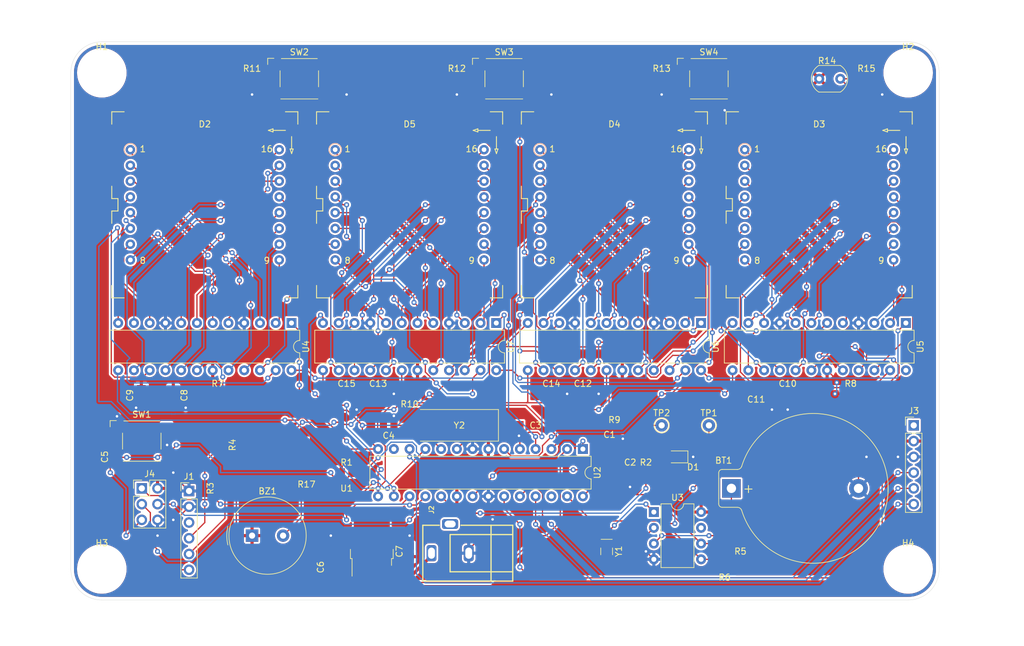
<source format=kicad_pcb>
(kicad_pcb (version 20211014) (generator pcbnew)
  (layers (0 "F.Cu" signal) (31 "B.Cu" signal) (34 "B.Paste" user) (35 "F.Paste" user) (36 "B.SilkS" user "B.Silkscreen") (37 "F.SilkS" user "F.Silkscreen") (38 "B.Mask" user) (39 "F.Mask" user) (44 "Edge.Cuts" user))
  (net 0 "")
  (net 1 "GND")
  (net 2 "Net-(BT1-Pad1)")
  (net 3 "BUZZER")
  (net 4 "VCC")
  (net 5 "Net-(U2-Pad21)")
  (net 6 "Net-(C3-Pad1)")
  (net 7 "Net-(C4-Pad1)")
  (net 8 "RESET")
  (net 9 "Net-(C5-Pad2)")
  (net 10 "Net-(D1-Pad2)")
  (net 11 "Net-(D2-Pad1)")
  (net 12 "Net-(D2-Pad2)")
  (net 13 "Net-(D2-Pad3)")
  (net 14 "Net-(D2-Pad4)")
  (net 15 "Net-(D2-Pad5)")
  (net 16 "Net-(D2-Pad6)")
  (net 17 "Net-(D2-Pad7)")
  (net 18 "Net-(D2-Pad8)")
  (net 19 "Net-(D2-Pad9)")
  (net 20 "Net-(D2-Pad10)")
  (net 21 "Net-(D2-Pad11)")
  (net 22 "Net-(D2-Pad12)")
  (net 23 "Net-(D2-Pad13)")
  (net 24 "Net-(D2-Pad14)")
  (net 25 "Net-(D2-Pad15)")
  (net 26 "Net-(D2-Pad16)")
  (net 27 "Net-(D3-Pad1)")
  (net 28 "Net-(D3-Pad2)")
  (net 29 "Net-(D3-Pad3)")
  (net 30 "Net-(D3-Pad4)")
  (net 31 "Net-(D3-Pad5)")
  (net 32 "Net-(D3-Pad6)")
  (net 33 "Net-(D3-Pad7)")
  (net 34 "Net-(D3-Pad8)")
  (net 35 "Net-(D3-Pad9)")
  (net 36 "Net-(D3-Pad10)")
  (net 37 "Net-(D3-Pad11)")
  (net 38 "Net-(D3-Pad12)")
  (net 39 "Net-(D3-Pad13)")
  (net 40 "Net-(D3-Pad14)")
  (net 41 "Net-(D3-Pad15)")
  (net 42 "Net-(D3-Pad16)")
  (net 43 "Net-(D4-Pad1)")
  (net 44 "Net-(D4-Pad2)")
  (net 45 "Net-(D4-Pad3)")
  (net 46 "Net-(D4-Pad4)")
  (net 47 "Net-(D4-Pad5)")
  (net 48 "Net-(D4-Pad6)")
  (net 49 "Net-(D4-Pad7)")
  (net 50 "Net-(D4-Pad8)")
  (net 51 "Net-(D4-Pad9)")
  (net 52 "Net-(D4-Pad10)")
  (net 53 "Net-(D4-Pad11)")
  (net 54 "Net-(D4-Pad12)")
  (net 55 "Net-(D4-Pad13)")
  (net 56 "Net-(D4-Pad14)")
  (net 57 "Net-(D4-Pad15)")
  (net 58 "Net-(D4-Pad16)")
  (net 59 "Net-(D5-Pad1)")
  (net 60 "Net-(D5-Pad2)")
  (net 61 "Net-(D5-Pad3)")
  (net 62 "Net-(D5-Pad4)")
  (net 63 "Net-(D5-Pad5)")
  (net 64 "Net-(D5-Pad6)")
  (net 65 "Net-(D5-Pad7)")
  (net 66 "Net-(D5-Pad8)")
  (net 67 "Net-(D5-Pad9)")
  (net 68 "Net-(D5-Pad10)")
  (net 69 "Net-(D5-Pad11)")
  (net 70 "Net-(D5-Pad12)")
  (net 71 "Net-(D5-Pad13)")
  (net 72 "Net-(D5-Pad14)")
  (net 73 "Net-(D5-Pad15)")
  (net 74 "Net-(D5-Pad16)")
  (net 75 "Net-(J1-Pad5)")
  (net 76 "Net-(J1-Pad4)")
  (net 78 "JOYST_X")
  (net 79 "JOYST_Y")
  (net 80 "JOYST_SW")
  (net 82 "LED_SCK")
  (net 83 "RXD")
  (net 84 "TXD")
  (net 85 "SCL")
  (net 86 "SDA")
  (net 87 "Net-(R9-Pad2)")
  (net 88 "Net-(R10-Pad2)")
  (net 89 "Net-(R7-Pad2)")
  (net 90 "Net-(R8-Pad2)")
  (net 91 "BTN_SEL")
  (net 92 "BTN_UP")
  (net 93 "BTN_DOWN")
  (net 94 "LIGHT_SENSOR")
  (net 95 "DISP_LOAD")
  (net 96 "DISP_CLK")
  (net 97 "DISP_DATA")
  (net 98 "MOSI")
  (net 99 "MISO")
  (net 100 "Net-(U3-Pad1)")
  (net 101 "Net-(U3-Pad2)")
  (net 103 "Net-(U4-Pad24)")
  (net 104 "Net-(U5-Pad1)")
  (net 106 "Net-(U6-Pad1)")
  (net 110 "Net-(C6-Pad1)")
  (net 111 "Net-(BZ1-Pad2)")
  (footprint "footprints:DIP-24_W7.62mm" (layer "F.Cu") (at 214.635 100.34 -90)
    (fp_text reference "U5")
    (fp_text value "MAX7219")
  )
  (footprint "footprints:TestPoint_THTPad_D2.0mm_Drill1.0mm" (layer "F.Cu") (at 182.88 116.84)
    (fp_text reference "TP1")
    (fp_text value "TestPoint")
  )
  (footprint "footprints:Buzzer_TDK_PS1240P02BT_D12.2mm_H6.5mm" (layer "F.Cu") (at 109.22 134.62)
    (fp_text reference "BZ1")
    (fp_text value "Buzzer")
  )
  (footprint "footprints:MountingHole_3.2mm_M3" (layer "F.Cu") (at 215 140)
    (fp_text reference "H4")
    (fp_text value "MountingHole")
  )
  (footprint "footprints:C_0805_2012Metric" (layer "F.Cu") (at 91.37 111.76 -90)
    (fp_text reference "C9")
    (fp_text value "C_0805_10uf")
  )
  (footprint "footprints:C_0805_2012Metric" (layer "F.Cu") (at 121.92 137.16 90)
    (fp_text reference "C6")
    (fp_text value "C_0805_1uf")
  )
  (footprint "footprints:Crystal_SMD_2Pin_3.2x1.5mm" (layer "F.Cu") (at 166.39 137.16 -90)
    (fp_text reference "Y1")
    (fp_text value "Crystal_32768Hz")
  )
  (footprint "footprints:DIP-8_W7.62mm" (layer "F.Cu") (at 174 130.82)
    (fp_text reference "U3")
    (fp_text value "DS1307_DIP-8")
  )
  (footprint "footprints:KWM-30881CVB" (layer "F.Cu") (at 167.64 81.28)
    (fp_text reference "D4")
    (fp_text value "KWM-30881CVB")
  )
  (footprint "footprints:R_0805_2012Metric" (layer "F.Cu") (at 185.42 137.16 180)
    (fp_text reference "R5")
    (fp_text value "R_0805_4.7K")
  )
  (footprint "footprints:C_0805_2012Metric" (layer "F.Cu") (at 166.85 120)
    (fp_text reference "C1")
    (fp_text value "C_0805_0.1uf")
  )
  (footprint "footprints:R_0805_2012Metric" (layer "F.Cu") (at 118 128)
    (fp_text reference "R17")
    (fp_text value "R_0805_47")
  )
  (footprint "footprints:C_0805_2012Metric" (layer "F.Cu") (at 157.48 111.76)
    (fp_text reference "C14")
    (fp_text value "C_0805_10uf")
  )
  (footprint "footprints:PinHeader_1x06_P2.54mm_Vertical" (layer "F.Cu") (at 215.9 116.84)
    (fp_text reference "J3")
    (fp_text value "Conn_01x06")
  )
  (footprint "footprints:R_0805_2012Metric" (layer "F.Cu") (at 185.42 139.7 180)
    (fp_text reference "R6")
    (fp_text value "R_0805_4.7K")
  )
  (footprint "footprints:SW_SPST_Omron_B3FS-100xP" (layer "F.Cu") (at 149.86 60.96)
    (fp_text reference "SW3")
    (fp_text value "Omron_B3F_SPST")
  )
  (footprint "footprints:R_0805_2012Metric" (layer "F.Cu") (at 175.26 60.96)
    (fp_text reference "R13")
    (fp_text value "R_0805_10K")
  )
  (footprint "footprints:PJ-102AH" (layer "F.Cu") (at 141.15 137.4492 -90)
    (fp_text reference "J2")
    (fp_text value "PJ-102AH" hide)
  )
  (footprint "footprints:C_0805_2012Metric" (layer "F.Cu") (at 151.57 116.84)
    (fp_text reference "C3")
    (fp_text value "C_0805_22pf")
  )
  (footprint "footprints:R_0805_2012Metric" (layer "F.Cu") (at 124.46 124.46)
    (fp_text reference "R1")
    (fp_text value "R_0805_10K")
  )
  (footprint "footprints:KWM-30881CVB" (layer "F.Cu") (at 101.6 81.28)
    (fp_text reference "D2")
    (fp_text value "KWM-30881CVB")
  )
  (footprint "footprints:MountingHole_3.2mm_M3" (layer "F.Cu") (at 215 60)
    (fp_text reference "H2")
    (fp_text value "MountingHole")
  )
  (footprint "footprints:C_0805_2012Metric" (layer "F.Cu") (at 162.56 111.76)
    (fp_text reference "C12")
    (fp_text value "C_0805_0.1uf")
  )
  (footprint "footprints:R_0805_2012Metric" (layer "F.Cu") (at 208.28 60.96)
    (fp_text reference "R15")
    (fp_text value "R_0805_100K")
  )
  (footprint "footprints:C_0805_2012Metric" (layer "F.Cu") (at 96.52 112 -90)
    (fp_text reference "C8")
    (fp_text value "C_0805_0.1uf")
  )
  (footprint "footprints:R_LDR_4.9x4.2mm_P2.54mm_Vertical" (layer "F.Cu") (at 200.66 60.96)
    (fp_text reference "R14")
    (fp_text value "PhotoconductivePhotocell")
  )
  (footprint "footprints:MountingHole_3.2mm_M3" (layer "F.Cu") (at 85 140)
    (fp_text reference "H3")
    (fp_text value "MountingHole")
  )
  (footprint "footprints:R_0805_2012Metric" (layer "F.Cu") (at 109.22 60.96)
    (fp_text reference "R11")
    (fp_text value "R_0805_10K")
  )
  (footprint "footprints:DIP-28_W7.62mm" (layer "F.Cu") (at 162.56 120.66 -90)
    (fp_text reference "U2")
    (fp_text value "ATmega328-PU")
  )
  (footprint "footprints:Crystal_SMD_HC49-SD" (layer "F.Cu") (at 142.24 116.84 180)
    (fp_text reference "Y2")
    (fp_text value "Crystal_16MHz")
  )
  (footprint "footprints:SW_SPST_Omron_B3FS-100xP" (layer "F.Cu") (at 116.84 60.96)
    (fp_text reference "SW2")
    (fp_text value "Omron_B3F_SPST")
  )
  (footprint "footprints:R_0805_2012Metric" (layer "F.Cu") (at 134.62 111.76 180)
    (fp_text reference "R10")
    (fp_text value "R_0805_22K")
  )
  (footprint "footprints:R_0805_2012Metric" (layer "F.Cu") (at 103.52 120 -90)
    (fp_text reference "R4")
    (fp_text value "R_0805_47")
  )
  (footprint "footprints:MountingHole_3.2mm_M3" (layer "F.Cu") (at 85 60)
    (fp_text reference "H1")
    (fp_text value "MountingHole")
  )
  (footprint "footprints:SW_SPST_Omron_B3FS-100xP" (layer "F.Cu") (at 182.88 60.96)
    (fp_text reference "SW4")
    (fp_text value "Omron_B3F_SPST")
  )
  (footprint "footprints:KWM-30881CVB" (layer "F.Cu") (at 134.62 81.28)
    (fp_text reference "D5")
    (fp_text value "KWM-30881CVB")
  )
  (footprint "footprints:PinHeader_1x06_P2.54mm_Vertical" (layer "F.Cu") (at 99.06 127.425)
    (fp_text reference "J1")
    (fp_text value "Conn_01x06")
  )
  (footprint "footprints:DIP-24_W7.62mm" (layer "F.Cu") (at 115.575 100.34 -90)
    (fp_text reference "U4")
    (fp_text value "MAX7219")
  )
  (footprint "footprints:DIP-24_W7.62mm" (layer "F.Cu") (at 181.615 100.34 -90)
    (fp_text reference "U6")
    (fp_text value "MAX7219")
  )
  (footprint "footprints:TestPoint_THTPad_D2.0mm_Drill1.0mm" (layer "F.Cu") (at 175.26 116.84)
    (fp_text reference "TP2")
    (fp_text value "TestPoint")
  )
  (footprint "footprints:C_0805_2012Metric" (layer "F.Cu") (at 129.54 111.76)
    (fp_text reference "C13")
    (fp_text value "C_0805_0.1uf")
  )
  (footprint "footprints:TO-252-2" (layer "F.Cu") (at 128.525 135.855 90)
    (fp_text reference "U1")
    (fp_text value "L7805")
  )
  (footprint "footprints:R_0805_2012Metric" (layer "F.Cu") (at 103.67 111.76)
    (fp_text reference "R7")
    (fp_text value "R_0805_22K")
  )
  (footprint "footprints:R_0805_2012Metric" (layer "F.Cu") (at 167.64 114.3 180)
    (fp_text reference "R9")
    (fp_text value "R_0805_22K")
  )
  (footprint "footprints:C_0805_2012Metric" (layer "F.Cu") (at 170.18 124.46)
    (fp_text reference "C2")
    (fp_text value "C_0805_0.1uf")
  )
  (footprint "footprints:BatteryHolder_Keystone_106_1x20mm" (layer "F.Cu") (at 186.506314 127.000017)
    (fp_text reference "BT1")
    (fp_text value "Battery_Cell")
  )
  (footprint "footprints:C_0805_2012Metric" (layer "F.Cu") (at 190.5 114.3)
    (fp_text reference "C11")
    (fp_text value "C_0805_10uf")
  )
  (footprint "footprints:DIP-24_W7.62mm" (layer "F.Cu") (at 148.595 100.34 -90)
    (fp_text reference "U7")
    (fp_text value "MAX7219")
  )
  (footprint "footprints:C_0805_2012Metric" (layer "F.Cu") (at 124.46 111.76)
    (fp_text reference "C15")
    (fp_text value "C_0805_10uf")
  )
  (footprint "footprints:C_0805_2012Metric" (layer "F.Cu") (at 134.62 137.16 90)
    (fp_text reference "C7")
    (fp_text value "C_0805_0.1uf")
  )
  (footprint "footprints:C_0805_2012Metric" (layer "F.Cu") (at 131.25 116.84 180)
    (fp_text reference "C4")
    (fp_text value "C_0805_22pf")
  )
  (footprint "footprints:R_0805_2012Metric" (layer "F.Cu") (at 205.74 111.76)
    (fp_text reference "R8")
    (fp_text value "R_0805_22K")
  )
  (footprint "footprints:LED_0805_2012Metric" (layer "F.Cu") (at 177.8 121.92 180)
    (fp_text reference "D1")
    (fp_text value "LED_0805")
  )
  (footprint "footprints:R_0805_2012Metric" (layer "F.Cu") (at 175.26 124.46)
    (fp_text reference "R2")
    (fp_text value "R_0805_2.2K")
  )
  (footprint "footprints:C_0805_2012Metric" (layer "F.Cu") (at 83.82 121.92 -90)
    (fp_text reference "C5")
    (fp_text value "C_0805_0.1uf")
  )
  (footprint "footprints:R_0805_2012Metric" (layer "F.Cu") (at 142.24 60.96)
    (fp_text reference "R12")
    (fp_text value "R_0805_10K")
  )
  (footprint "footprints:PinHeader_2x03_P2.54mm_Vertical" (layer "F.Cu") (at 91.44 127)
    (fp_text reference "J4")
    (fp_text value "Conn_02x03_Odd_Even")
  )
  (footprint "footprints:C_0805_2012Metric" (layer "F.Cu") (at 195.58 111.76)
    (fp_text reference "C10")
    (fp_text value "C_0805_0.1uf")
  )
  (footprint "footprints:KWM-30881CVB" (layer "F.Cu") (at 200.66 81.28)
    (fp_text reference "D3")
    (fp_text value "KWM-30881CVB")
  )
  (footprint "footprints:SW_SPST_Omron_B3FS-100xP" (layer "F.Cu") (at 91.44 119.38)
    (fp_text reference "SW1")
    (fp_text value "Omron_B3F_SPST")
  )
  (footprint "footprints:R_0805_2012Metric" (layer "F.Cu") (at 104.14 127 90)
    (fp_text reference "R3")
    (fp_text value "R_0805_47")
  )
  (gr_line locked (start 220 60) (end 220 140) (layer "Edge.Cuts") (width 0.05))
  (gr_line locked (start 80 60) (end 80 140) (layer "Edge.Cuts") (width 0.05))
  (gr_arc locked (start 80 60) (mid 81.464466 56.464466) (end 85 55) (layer "Edge.Cuts") (width 0.05))
  (gr_arc locked (start 85 145) (mid 81.464466 143.535534) (end 80 140) (layer "Edge.Cuts") (width 0.05))
  (gr_arc locked (start 220 140) (mid 218.535534 143.535534) (end 215 145) (layer "Edge.Cuts") (width 0.05))
  (gr_line locked (start 215 55) (end 85 55) (layer "Edge.Cuts") (width 0.05))
  (gr_arc locked (start 215 55) (mid 218.535534 56.464466) (end 220 60) (layer "Edge.Cuts") (width 0.05))
  (gr_line locked (start 215 145) (end 85 145) (layer "Edge.Cuts") (width 0.05))
  (gr_text "RedSun" (at 111.76 121) (layer "F.Cu") (effects (font (size 2.286 2.286) (thickness 0.3) italic)))
  (segment (start 95.52 117.21) (end 95.44 117.13) (width 0.2032) (layer "F.Cu") (net 1))
  (segment (start 152.252809 117.007191) (end 152.42 116.84) (width 0.2032) (layer "F.Cu") (net 1))
  (segment (start 134.62 136.31) (end 134.62 134.62) (width 0.508) (layer "F.Cu") (net 1))
  (segment (start 96.945 132.08) (end 96.52 132.08) (width 0.2032) (layer "F.Cu") (net 1))
  (segment (start 144 137) (end 148 133) (width 0.2032) (layer "F.Cu") (net 1))
  (segment (start 175.55 63.21) (end 175.26 63.5) (width 0.2032) (layer "F.Cu") (net 1))
  (segment (start 95.52 120) (end 95.52 117.21) (width 0.2032) (layer "F.Cu") (net 1))
  (segment (start 148 133) (end 148 132) (width 0.2032) (layer "F.Cu") (net 1))
  (segment (start 91.37 113.15) (end 91.37 112.61) (width 0.2032) (layer "F.Cu") (net 1))
  (segment (start 191.35 114.3) (end 193.04 114.3) (width 0.2032) (layer "F.Cu") (net 1))
  (segment (start 99.06 127.425) (end 96.52 124.885) (width 0.2032) (layer "F.Cu") (net 1))
  (segment (start 125.31 111.76) (end 125.31 113.532189) (width 0.2032) (layer "F.Cu") (net 1))
  (segment (start 125.31 113.532189) (end 126.077811 114.3) (width 0.2032) (layer "F.Cu") (net 1))
  (segment (start 134.62 134.62) (end 133.755 133.755) (width 0.508) (layer "F.Cu") (net 1))
  (segment (start 142.53 63.21) (end 142.24 63.5) (width 0.2032) (layer "F.Cu") (net 1))
  (segment (start 178.88 63.21) (end 175.55 63.21) (width 0.2032) (layer "F.Cu") (net 1))
  (segment (start 157.19 63.21) (end 157.48 63.5) (width 0.2032) (layer "F.Cu") (net 1))
  (segment (start 96.52 124.885) (end 96.52 124.46) (width 0.2032) (layer "F.Cu") (net 1))
  (segment (start 152.252809 118.522109) (end 152.252809 117.007191) (width 0.2032) (layer "F.Cu") (net 1))
  (segment (start 163.41 111.76) (end 165.1 111.76) (width 0.2032) (layer "F.Cu") (net 1))
  (segment (start 109.51 63.21) (end 109.22 63.5) (width 0.2032) (layer "F.Cu") (net 1))
  (segment (start 186.88 64.58) (end 185.42 66.04) (width 0.2032) (layer "F.Cu") (net 1))
  (segment (start 206.996314 127.000017) (end 206.996314 123.203686) (width 0.2032) (layer "F.Cu") (net 1))
  (segment (start 97.37 112.85) (end 98.52 114) (width 0.2032) (layer "F.Cu") (net 1))
  (segment (start 87.44 117.13) (end 87.44 115.38) (width 0.2032) (layer "F.Cu") (net 1))
  (segment (start 121.92 134.62) (end 122.785 133.755) (width 0.508) (layer "F.Cu") (net 1))
  (segment (start 171.03 124.46) (end 171.03 125.896761) (width 0.2032) (layer "F.Cu") (net 1))
  (segment (start 120.84 63.21) (end 124.17 63.21) (width 0.2032) (layer "F.Cu") (net 1))
  (segment (start 90.52 114) (end 91.37 113.15) (width 0.2032) (layer "F.Cu") (net 1))
  (segment (start 93.98 132.08) (end 93.98 134.62) (width 0.2032) (layer "F.Cu") (net 1))
  (segment (start 196.43 111.76) (end 196.43 113.45) (width 0.2032) (layer "F.Cu") (net 1))
  (segment (start 168 120) (end 169 119) (width 0.2032) (layer "F.Cu") (net 1))
  (segment (start 153.86 63.21) (end 157.19 63.21) (width 0.2032) (layer "F.Cu") (net 1))
  (segment (start 206.996314 123.203686) (end 208.28 121.92) (width 0.2032) (layer "F.Cu") (net 1))
  (segment (start 112.84 63.21) (end 109.51 63.21) (width 0.2032) (layer "F.Cu") (net 1))
  (segment (start 122.785 133.755) (end 128.525 133.755) (width 0.508) (layer "F.Cu") (net 1))
  (segment (start 133.755 133.755) (end 128.525 133.755) (width 0.508) (layer "F.Cu") (net 1))
  (segment (start 130.39 111.76) (end 132.08 111.76) (width 0.2032) (layer "F.Cu") (net 1))
  (segment (start 158.33 111.76) (end 160.02 111.76) (width 0.2032) (layer "F.Cu") (net 1))
  (segment (start 174 138.44) (end 172.72 137.16) (width 0.2032) (layer "F.Cu") (net 1))
  (segment (start 121.92 136.31) (end 121.92 134.62) (width 0.508) (layer "F.Cu") (net 1))
  (segment (start 130.4 116.84) (end 130.4 116.715) (width 0.2032) (layer "F.Cu") (net 1))
  (segment (start 131.799497 115.315503) (end 132.08 115.315503) (width 0.2032) (layer "F.Cu") (net 1))
  (segment (start 145.86 63.21) (end 142.53 63.21) (width 0.2032) (layer "F.Cu") (net 1))
  (segment (start 215.9 121.92) (end 213.36 121.92) (width 0.2032) (layer "F.Cu") (net 1))
  (segment (start 167.7 120) (end 168 120) (width 0.2032) (layer "F.Cu") (net 1))
  (segment (start 130.4 116.715) (end 131.799497 115.315503) (width 0.2032) (layer "F.Cu") (net 1))
  (segment (start 124.17 63.21) (end 124.46 63.5) (width 0.2032) (layer "F.Cu") (net 1))
  (segment (start 186.88 63.21) (end 186.88 64.58) (width 0.2032) (layer "F.Cu") (net 1))
  (segment (start 178.7375 121.92) (end 180.34 121.92) (width 0.2032) (layer "F.Cu") (net 1))
  (segment (start 96.52 112.85) (end 97.37 112.85) (width 0.2032) (layer "F.Cu") (net 1))
  (segment (start 171.03 125.896761) (end 170.15746 126.769301) (width 0.2032) (layer "F.Cu") (net 1))
  (segment (start 196.43 113.45) (end 195.58 114.3) (width 0.2032) (layer "F.Cu") (net 1))
  (segment (start 210.82 62.65) (end 210.82 63.5) (width 0.2032) (layer "F.Cu") (net 1))
  (segment (start 99.06 129.965) (end 96.945 132.08) (width 0.2032) (layer "F.Cu") (net 1))
  (segment (start 209.13 60.96) (end 210.82 62.65) (width 0.2032) (layer "F.Cu") (net 1))
  (via (at 185.42 66.04) (size 0.8128) (drill 0.4064) (layers "F.Cu" "B.Cu") (net 1))
  (via (at 132.08 115.315503) (size 0.8128) (drill 0.4064) (layers "F.Cu" "B.Cu") (net 1))
  (via (at 180.34 121.92) (size 0.8128) (drill 0.4064) (layers "F.Cu" "B.Cu") (net 1))
  (via (at 170.15746 126.769301) (size 0.8128) (drill 0.4064) (layers "F.Cu" "B.Cu") (net 1))
  (via (at 157.48 63.5) (size 0.8128) (drill 0.4064) (layers "F.Cu" "B.Cu") (net 1))
  (via (at 175.26 63.5) (size 0.8128) (drill 0.4064) (layers "F.Cu" "B.Cu") (net 1))
  (via (at 87.44 115.38) (size 0.8128) (drill 0.4064) (layers "F.Cu" "B.Cu") (net 1))
  (via (at 124.46 63.5) (size 0.8128) (drill 0.4064) (layers "F.Cu" "B.Cu") (net 1))
  (via (at 172.72 137.16) (size 0.8128) (drill 0.4064) (layers "F.Cu" "B.Cu") (net 1))
  (via (at 96.52 124.46) (size 0.8128) (drill 0.4064) (layers "F.Cu" "B.Cu") (net 1))
  (via (at 126.077811 114.3) (size 0.8128) (drill 0.4064) (layers "F.Cu" "B.Cu") (net 1))
  (via (at 90.52 114) (size 0.8128) (drill 0.4064) (layers "F.Cu" "B.Cu") (net 1))
  (via (at 109.22 63.5) (size 0.8128) (drill 0.4064) (layers "F.Cu" "B.Cu") (net 1))
  (via (at 132.08 111.76) (size 0.8128) (drill 0.4064) (layers "F.Cu" "B.Cu") (net 1))
  (via (at 96.52 132.08) (size 0.8128) (drill 0.4064) (layers "F.Cu" "B.Cu") (net 1))
  (via (at 121.92 134.62) (size 0.8128) (drill 0.4064) (layers "F.Cu" "B.Cu") (net 1))
  (via (at 148 132) (size 0.8128) (drill 0.4064) (layers "F.Cu" "B.Cu") (net 1))
  (via (at 142.24 63.5) (size 0.8128) (drill 0.4064) (layers "F.Cu" "B.Cu") (net 1))
  (via (at 165.1 111.76) (size 0.8128) (drill 0.4064) (layers "F.Cu" "B.Cu") (net 1))
  (via (at 93.98 134.62) (size 0.8128) (drill 0.4064) (layers "F.Cu" "B.Cu") (net 1))
  (via (at 193.04 114.3) (size 0.8128) (drill 0.4064) (layers "F.Cu" "B.Cu") (net 1))
  (via (at 160.02 111.76) (size 0.8128) (drill 0.4064) (layers "F.Cu" "B.Cu") (net 1))
  (via (at 152.252809 118.522109) (size 0.8128) (drill 0.4064) (layers "F.Cu" "B.Cu") (net 1))
  (via (at 98.52 114) (size 0.8128) (drill 0.4064) (layers "F.Cu" "B.Cu") (net 1))
  (via (at 208.28 121.92) (size 0.8128) (drill 0.4064) (layers "F.Cu" "B.Cu") (net 1))
  (via (at 169 119) (size 0.8128) (drill 0.4064) (layers "F.Cu" "B.Cu") (net 1))
  (via (at 134.62 134.62) (size 0.8128) (drill 0.4064) (layers "F.Cu" "B.Cu") (net 1))
  (via (at 95.52 120) (size 0.8128) (drill 0.4064) (layers "F.Cu" "B.Cu") (net 1))
  (via (at 213.36 121.92) (size 0.8128) (drill 0.4064) (layers "F.Cu" "B.Cu") (net 1))
  (via (at 195.58 114.3) (size 0.8128) (drill 0.4064) (layers "F.Cu" "B.Cu") (net 1))
  (via (at 210.82 63.5) (size 0.8128) (drill 0.4064) (layers "F.Cu" "B.Cu") (net 1))
  (segment (start 182.88 134.62) (end 183.670867 134.62) (width 0.2032) (layer "F.Cu") (net 2))
  (segment (start 175.26 134.62) (end 175.26 134.64) (width 0.2032) (layer "F.Cu") (net 2))
  (segment (start 183.670867 134.62) (end 186.506314 131.784553) (width 0.2032) (layer "F.Cu") (net 2))
  (segment (start 175.26 134.64) (end 174 135.9) (width 0.2032) (layer "F.Cu") (net 2))
  (segment (start 186.506314 131.784553) (end 186.506314 127.000017) (width 0.2032) (layer "F.Cu") (net 2))
  (via (at 182.88 134.62) (size 0.8128) (drill 0.4064) (layers "F.Cu" "B.Cu") (net 2))
  (via (at 175.26 134.62) (size 0.8128) (drill 0.4064) (layers "F.Cu" "B.Cu") (net 2))
  (segment (start 182.88 134.62) (end 175.26 134.62) (width 0.2032) (layer "B.Cu") (net 2))
  (segment (start 128.7785 126.050557) (end 126.829057 128) (width 0.2032) (layer "F.Cu") (net 3))
  (segment (start 131.064497 127) (end 131.064497 126.755503) (width 0.2032) (layer "F.Cu") (net 3))
  (segment (start 131.064497 126.755503) (end 137.16 120.66) (width 0.2032) (layer "F.Cu") (net 3))
  (segment (start 126.829057 128) (end 118.85 128) (width 0.2032) (layer "F.Cu") (net 3))
  (via (at 131.064497 127) (size 0.8128) (drill 0.4064) (layers "F.Cu" "B.Cu") (net 3))
  (via (at 128.7785 126.050557) (size 0.8128) (drill 0.4064) (layers "F.Cu" "B.Cu") (net 3))
  (segment (start 129.595655 126.050557) (end 130.545098 127) (width 0.2032) (layer "B.Cu") (net 3))
  (segment (start 130.545098 127) (end 131.064497 127) (width 0.2032) (layer "B.Cu") (net 3))
  (segment (start 128.7785 126.050557) (end 129.595655 126.050557) (width 0.2032) (layer "B.Cu") (net 3))
  (segment (start 134.265 140.055) (end 130.805 140.055) (width 0.508) (layer "F.Cu") (net 4))
  (segment (start 203.2 111.76) (end 204.89 111.76) (width 0.2032) (layer "F.Cu") (net 4))
  (segment (start 201.935 107.96) (end 203.487937 109.512937) (width 0.2032) (layer "F.Cu") (net 4))
  (segment (start 203.487937 109.512937) (end 203.487937 109.9307) (width 0.2032) (layer "F.Cu") (net 4))
  (segment (start 134.62 139.7) (end 134.265 140.055) (width 0.508) (layer "F.Cu") (net 4))
  (segment (start 134.62 138.01) (end 134.62 139.7) (width 0.508) (layer "F.Cu") (net 4))
  (via (at 203.2 111.76) (size 0.8128) (drill 0.4064) (layers "F.Cu" "B.Cu") (net 4))
  (via (at 203.487937 109.9307) (size 0.8128) (drill 0.4064) (layers "F.Cu" "B.Cu") (net 4))
  (segment (start 203.487937 109.9307) (end 203.487937 111.472063) (width 0.2032) (layer "B.Cu") (net 4))
  (segment (start 203.487937 111.472063) (end 203.2 111.76) (width 0.2032) (layer "B.Cu") (net 4))
  (segment (start 166 120) (end 162 124) (width 0.2032) (layer "F.Cu") (net 5))
  (segment (start 148 125) (end 148 125.06) (width 0.2032) (layer "F.Cu") (net 5))
  (segment (start 148 125.06) (end 144.78 128.28) (width 0.2032) (layer "F.Cu") (net 5))
  (segment (start 162 124) (end 161 124) (width 0.2032) (layer "F.Cu") (net 5))
  (via (at 161 124) (size 0.8128) (drill 0.4064) (layers "F.Cu" "B.Cu") (net 5))
  (via (at 148 125) (size 0.8128) (drill 0.4064) (layers "F.Cu" "B.Cu") (net 5))
  (segment (start 149 124) (end 148 125) (width 0.2032) (layer "B.Cu") (net 5))
  (segment (start 161 124) (end 149 124) (width 0.2032) (layer "B.Cu") (net 5))
  (segment (start 146.06 116.84) (end 150.72 116.84) (width 0.2032) (layer "F.Cu") (net 6))
  (segment (start 142.24 120.66) (end 146.06 116.84) (width 0.2032) (layer "F.Cu") (net 6))
  (segment (start 135.88 116.84) (end 139.7 120.66) (width 0.2032) (layer "F.Cu") (net 7))
  (segment (start 132.1 116.84) (end 135.88 116.84) (width 0.2032) (layer "F.Cu") (net 7))
  (segment (start 122.730689 125.464311) (end 124.430689 125.464311) (width 0.2032) (layer "F.Cu") (net 8))
  (segment (start 125.31 124.585) (end 125.31 124.46) (width 0.2032) (layer "F.Cu") (net 8))
  (segment (start 84.003622 121.07) (end 83.82 121.07) (width 0.2032) (layer "F.Cu") (net 8))
  (segment (start 89 122) (end 87.81 122) (width 0.2032) (layer "F.Cu") (net 8))
  (segment (start 86.36 123.426378) (end 84.003622 121.07) (width 0.2032) (layer "F.Cu") (net 8))
  (segment (start 121.92 124.653622) (end 122.730689 125.464311) (width 0.2032) (layer "F.Cu") (net 8))
  (segment (start 84.38 121.63) (end 83.82 121.07) (width 0.2032) (layer "F.Cu") (net 8))
  (segment (start 97 120.07) (end 97 120) (width 0.2032) (layer "F.Cu") (net 8))
  (segment (start 162.56 119.38) (end 162.56 120.66) (width 0.2032) (layer "F.Cu") (net 8))
  (segment (start 127.149103 124.46) (end 129.54 122.069103) (width 0.2032) (layer "F.Cu") (net 8))
  (segment (start 124.430689 125.464311) (end 125.31 124.585) (width 0.2032) (layer "F.Cu") (net 8))
  (segment (start 91.44 132.08) (end 88.9 134.62) (width 0.2032) (layer "F.Cu") (net 8))
  (segment (start 121.92 124.46) (end 121.92 124.653622) (width 0.2032) (layer "F.Cu") (net 8))
  (segment (start 95.44 121.63) (end 94.37 121.63) (width 0.2032) (layer "F.Cu") (net 8))
  (segment (start 87.81 122) (end 87.44 121.63) (width 0.2032) (layer "F.Cu") (net 8))
  (segment (start 87.44 121.63) (end 84.38 121.63) (width 0.2032) (layer "F.Cu") (net 8))
  (segment (start 95.44 121.63) (end 97 120.07) (width 0.2032) (layer "F.Cu") (net 8))
  (segment (start 94.37 121.63) (end 94 122) (width 0.2032) (layer "F.Cu") (net 8))
  (segment (start 125.31 124.46) (end 127.149103 124.46) (width 0.2032) (layer "F.Cu") (net 8))
  (segment (start 86.36 124.46) (end 86.36 123.426378) (width 0.2032) (layer "F.Cu") (net 8))
  (via (at 162.56 119.38) (size 0.8128) (drill 0.4064) (layers "F.Cu" "B.Cu") (net 8))
  (via (at 129.54 122.069103) (size 0.8128) (drill 0.4064) (layers "F.Cu" "B.Cu") (net 8))
  (via (at 88.9 134.62) (size 0.8128) (drill 0.4064) (layers "F.Cu" "B.Cu") (net 8))
  (via (at 86.36 124.46) (size 0.8128) (drill 0.4064) (layers "F.Cu" "B.Cu") (net 8))
  (via (at 94 122) (size 0.8128) (drill 0.4064) (layers "F.Cu" "B.Cu") (net 8))
  (via (at 121.92 124.46) (size 0.8128) (drill 0.4064) (layers "F.Cu" "B.Cu") (net 8))
  (via (at 97 120) (size 0.8128) (drill 0.4064) (layers "F.Cu" "B.Cu") (net 8))
  (via (at 89 122) (size 0.8128) (drill 0.4064) (layers "F.Cu" "B.Cu") (net 8))
  (segment (start 158.915689 120.202578) (end 159.562578 119.555689) (width 0.2032) (layer "B.Cu") (net 8))
  (segment (start 135.724311 120.202578) (end 135.724311 121.117422) (width 0.2032) (layer "B.Cu") (net 8))
  (segment (start 129.69263 122.069103) (end 130.975689 120.786044) (width 0.2032) (layer "B.Cu") (net 8))
  (segment (start 158.113111 121.92) (end 158.915689 121.117422) (width 0.2032) (layer "B.Cu") (net 8))
  (segment (start 129.54 122.069103) (end 129.69263 122.069103) (width 0.2032) (layer "B.Cu") (net 8))
  (segment (start 88.9 127) (end 86.36 124.46) (width 0.2032) (layer "B.Cu") (net 8))
  (segment (start 88.9 134.62) (end 88.9 127) (width 0.2032) (layer "B.Cu") (net 8))
  (segment (start 160.477422 119.555689) (end 161.124311 120.202578) (width 0.2032) (layer "B.Cu") (net 8))
  (segment (start 135.077422 119.555689) (end 135.724311 120.202578) (width 0.2032) (layer "B.Cu") (net 8))
  (segment (start 100.685098 120) (end 104.14 123.454902) (width 0.2032) (layer "B.Cu") (net 8))
  (segment (start 130.975689 120.202578) (end 131.622578 119.555689) (width 0.2032) (layer "B.Cu") (net 8))
  (segment (start 161.737422 120.202578) (end 162.56 119.38) (width 0.2032) (layer "B.Cu") (net 8))
  (segment (start 159.562578 119.555689) (end 160.477422 119.555689) (width 0.2032) (layer "B.Cu") (net 8))
  (segment (start 136.526889 121.92) (end 158.113111 121.92) (width 0.2032) (layer "B.Cu") (net 8))
  (segment (start 131.622578 119.555689) (end 135.077422 119.555689) (width 0.2032) (layer "B.Cu") (net 8))
  (segment (start 104.14 124.46) (end 121.92 124.46) (width 0.2032) (layer "B.Cu") (net 8))
  (segment (start 97 120) (end 100.685098 120) (width 0.2032) (layer "B.Cu") (net 8))
  (segment (start 94 122) (end 89 122) (width 0.2032) (layer "B.Cu") (net 8))
  (segment (start 158.915689 121.117422) (end 158.915689 120.202578) (width 0.2032) (layer "B.Cu") (net 8))
  (segment (start 104.14 123.454902) (end 104.14 124.46) (width 0.2032) (layer "B.Cu") (net 8))
  (segment (start 161.124311 120.202578) (end 161.737422 120.202578) (width 0.2032) (layer "B.Cu") (net 8))
  (segment (start 130.975689 120.786044) (end 130.975689 120.202578) (width 0.2032) (layer "B.Cu") (net 8))
  (segment (start 135.724311 121.117422) (end 136.526889 121.92) (width 0.2032) (layer "B.Cu") (net 8))
  (segment (start 91.671378 140.125) (end 99.06 140.125) (width 0.2032) (layer "F.Cu") (net 9))
  (segment (start 83.82 122.77) (end 83.82 132.273622) (width 0.2032) (layer "F.Cu") (net 9))
  (segment (start 83.82 132.273622) (end 91.671378 140.125) (width 0.2032) (layer "F.Cu") (net 9))
  (segment (start 176.8625 121.92) (end 176.11 122.6725) (width 0.2032) (layer "F.Cu") (net 10))
  (segment (start 176.11 122.6725) (end 176.11 124.46) (width 0.2032) (layer "F.Cu") (net 10))
  (segment (start 89.6 72.825098) (end 105.774902 89) (width 0.2032) (layer "F.Cu") (net 11))
  (segment (start 89.6 72.39) (end 89.6 72.825098) (width 0.2032) (layer "F.Cu") (net 11))
  (segment (start 105.774902 89) (end 106 89) (width 0.2032) (layer "F.Cu") (net 11))
  (via (at 106 89) (size 0.8128) (drill 0.4064) (layers "F.Cu" "B.Cu") (net 11))
  (segment (start 110.495 93.495) (end 110.495 100.34) (width 0.2032) (layer "B.Cu") (net 11))
  (segment (start 106 89) (end 110.495 93.495) (width 0.2032) (layer "B.Cu") (net 11))
  (segment (start 89.93 74.93) (end 89.6 74.93) (width 0.2032) (layer "F.Cu") (net 12))
  (segment (start 105 90) (end 89.93 74.93) (width 0.2032) (layer "F.Cu") (net 12))
  (segment (start 107.182541 93.477459) (end 107.182541 97.817459) (width 0.2032) (layer "F.Cu") (net 12))
  (segment (start 105.415 99.585) (end 105.415 100.34) (width 0.2032) (layer "F.Cu") (net 12))
  (segment (start 107.182541 97.817459) (end 105.415 99.585) (width 0.2032) (layer "F.Cu") (net 12))
  (via (at 105 90) (size 0.8128) (drill 0.4064) (layers "F.Cu" "B.Cu") (net 12))
  (via (at 107.182541 93.477459) (size 0.8128) (drill 0.4064) (layers "F.Cu" "B.Cu") (net 12))
  (segment (start 105 90) (end 107.182541 92.182541) (width 0.2032) (layer "B.Cu") (net 12))
  (segment (start 107.182541 92.182541) (end 107.182541 93.477459) (width 0.2032) (layer "B.Cu") (net 12))
  (segment (start 101.85 89.15) (end 102.297449 89.597449) (width 0.2032) (layer "F.Cu") (net 13))
  (segment (start 90.17 77.47) (end 101.85 89.15) (width 0.2032) (layer "F.Cu") (net 13))
  (segment (start 89.6 77.47) (end 90.17 77.47) (width 0.2032) (layer "F.Cu") (net 13))
  (segment (start 101.85 89.15) (end 102.102541 89.402541) (width 0.2032) (layer "F.Cu") (net 13))
  (via (at 102.102541 89.402541) (size 0.8128) (drill 0.4064) (layers "F.Cu" "B.Cu") (net 13))
  (segment (start 101.439311 90.065771) (end 101.439311 104.315689) (width 0.2032) (layer "B.Cu") (net 13))
  (segment (start 101.439311 104.315689) (end 97.795 107.96) (width 0.2032) (layer "B.Cu") (net 13))
  (segment (start 102.102541 89.402541) (end 101.439311 90.065771) (width 0.2032) (layer "B.Cu") (net 13))
  (segment (start 91.610689 109.064311) (end 87.064311 109.064311) (width 0.2032) (layer "F.Cu") (net 14))
  (segment (start 92.715 107.96) (end 91.610689 109.064311) (width 0.2032) (layer "F.Cu") (net 14))
  (segment (start 87.064311 109.064311) (end 86.530689 108.530689) (width 0.2032) (layer "F.Cu") (net 14))
  (segment (start 86.530689 108.530689) (end 86.530689 83.079311) (width 0.2032) (layer "F.Cu") (net 14))
  (segment (start 86.530689 83.079311) (end 89.6 80.01) (width 0.2032) (layer "F.Cu") (net 14))
  (segment (start 89.6 82.55) (end 97.795 90.745) (width 0.2032) (layer "F.Cu") (net 15))
  (segment (start 97.795 90.745) (end 97.795 100.34) (width 0.2032) (layer "F.Cu") (net 15))
  (segment (start 113.02 107.96) (end 111.76 109.22) (width 0.2032) (layer "F.Cu") (net 16))
  (segment (start 113.035 107.96) (end 113.02 107.96) (width 0.2032) (layer "F.Cu") (net 16))
  (segment (start 89.6 84.52) (end 88.9 83.82) (width 0.2032) (layer "F.Cu") (net 16))
  (segment (start 89.6 85.09) (end 89.6 84.52) (width 0.2032) (layer "F.Cu") (net 16))
  (via (at 111.76 109.22) (size 0.8128) (drill 0.4064) (layers "F.Cu" "B.Cu") (net 16))
  (via (at 88.9 83.82) (size 0.8128) (drill 0.4064) (layers "F.Cu" "B.Cu") (net 16))
  (segment (start 86.530689 103.010689) (end 89.52 106) (width 0.2032) (layer "B.Cu") (net 16))
  (segment (start 86.530689 87.429311) (end 86.530689 103.010689) (width 0.2032) (layer "B.Cu") (net 16))
  (segment (start 89.52 110) (end 110.98 110) (width 0.2032) (layer "B.Cu") (net 16))
  (segment (start 110.98 110) (end 111.76 109.22) (width 0.2032) (layer "B.Cu") (net 16))
  (segment (start 89.52 84.44) (end 86.530689 87.429311) (width 0.2032) (layer "B.Cu") (net 16))
  (segment (start 88.9 83.82) (end 89.52 84.44) (width 0.2032) (layer "B.Cu") (net 16))
  (segment (start 89.070689 109.550689) (end 89.52 110) (width 0.2032) (layer "B.Cu") (net 16))
  (segment (start 89.070689 106.449311) (end 89.070689 109.550689) (width 0.2032) (layer "B.Cu") (net 16))
  (segment (start 89.52 106) (end 89.070689 106.449311) (width 0.2032) (layer "B.Cu") (net 16))
  (segment (start 88.533689 88.696311) (end 88.533689 93.923) (width 0.2032) (layer "F.Cu") (net 17))
  (segment (start 89.6 87.63) (end 88.533689 88.696311) (width 0.2032) (layer "F.Cu") (net 17))
  (segment (start 92.715 98.104311) (end 92.715 100.34) (width 0.2032) (layer "F.Cu") (net 17))
  (segment (start 88.533689 93.923) (end 92.715 98.104311) (width 0.2032) (layer "F.Cu") (net 17))
  (segment (start 102.875 95.125) (end 103 95) (width 0.2032) (layer "F.Cu") (net 18))
  (segment (start 102.150011 92) (end 100.055082 92) (width 0.2032) (layer "F.Cu") (net 18))
  (segment (start 100.055082 92) (end 94.027541 85.972459) (width 0.2032) (layer "F.Cu") (net 18))
  (segment (start 102.875 100.34) (end 102.875 95.125) (width 0.2032) (layer "F.Cu") (net 18))
  (via (at 94.027541 85.972459) (size 0.8128) (drill 0.4064) (layers "F.Cu" "B.Cu") (net 18))
  (via (at 102.150011 92) (size 0.8128) (drill 0.4064) (layers "F.Cu" "B.Cu") (net 18))
  (via (at 103 95) (size 0.8128) (drill 0.4064) (layers "F.Cu" "B.Cu") (net 18))
  (segment (start 103 92.849989) (end 102.150011 92) (width 0.2032) (layer "B.Cu") (net 18))
  (segment (start 93.797541 85.972459) (end 89.6 90.17) (width 0.2032) (layer "B.Cu") (net 18))
  (segment (start 103 95) (end 103 92.849989) (width 0.2032) (layer "B.Cu") (net 18))
  (segment (start 94.027541 85.972459) (end 93.797541 85.972459) (width 0.2032) (layer "B.Cu") (net 18))
  (segment (start 113.6 99.775) (end 113.035 100.34) (width 0.2032) (layer "F.Cu") (net 19))
  (segment (start 113.6 90.17) (end 113.6 99.775) (width 0.2032) (layer "F.Cu") (net 19))
  (segment (start 111.930689 103.984311) (end 107.955 107.96) (width 0.2032) (layer "B.Cu") (net 20))
  (segment (start 113.6 87.63) (end 111.930689 89.299311) (width 0.2032) (layer "B.Cu") (net 20))
  (segment (start 111.930689 89.299311) (end 111.930689 103.984311) (width 0.2032) (layer "B.Cu") (net 20))
  (segment (start 109 89.69) (end 109 97.733267) (width 0.2032) (layer "F.Cu") (net 21))
  (segment (start 113.6 85.09) (end 109 89.69) (width 0.2032) (layer "F.Cu") (net 21))
  (via (at 109 97.48) (size 0.8128) (drill 0.4064) (layers "F.Cu" "B.Cu") (net 21))
  (segment (start 109.059311 97.539311) (end 109.059311 104.315689) (width 0.2032) (layer "B.Cu") (net 21))
  (segment (start 109 97.48) (end 109.059311 97.539311) (width 0.2032) (layer "B.Cu") (net 21))
  (segment (start 109.059311 104.315689) (end 105.415 107.96) (width 0.2032) (layer "B.Cu") (net 21))
  (segment (start 113.6 82.55) (end 100.335 95.815) (width 0.2032) (layer "F.Cu") (net 22))
  (segment (start 100.335 95.815) (end 100.335 100.34) (width 0.2032) (layer "F.Cu") (net 22))
  (segment (start 111.76 106.68) (end 111.76 106.695) (width 0.2032) (layer "F.Cu") (net 23))
  (segment (start 116.84 83.25) (end 116.84 94.530011) (width 0.2032) (layer "F.Cu") (net 23))
  (segment (start 111.76 106.695) (end 110.495 107.96) (width 0.2032) (layer "F.Cu") (net 23))
  (segment (start 113.6 80.01) (end 116.84 83.25) (width 0.2032) (layer "F.Cu") (net 23))
  (segment (start 116.84 94.530011) (end 114.850011 96.52) (width 0.2032) (layer "F.Cu") (net 23))
  (via (at 111.76 106.68) (size 0.8128) (drill 0.4064) (layers "F.Cu" "B.Cu") (net 23))
  (via (at 114.850011 96.52) (size 0.8128) (drill 0.4064) (layers "F.Cu" "B.Cu") (net 23))
  (segment (start 114.470689 103.969311) (end 111.76 106.68) (width 0.2032) (layer "B.Cu") (net 23))
  (segment (start 114.470689 96.899322) (end 114.470689 103.969311) (width 0.2032) (layer "B.Cu") (net 23))
  (segment (start 114.850011 96.52) (end 114.470689 96.899322) (width 0.2032) (layer "B.Cu") (net 23))
  (segment (start 110.49 77.47) (end 104.14 83.82) (width 0.2032) (layer "F.Cu") (net 24))
  (segment (start 113.6 77.47) (end 110.49 77.47) (width 0.2032) (layer "F.Cu") (net 24))
  (via (at 104.14 83.82) (size 0.8128) (drill 0.4064) (layers "F.Cu" "B.Cu") (net 24))
  (segment (start 90.175 93.825) (end 90.175 100.34) (width 0.2032) (layer "B.Cu") (net 24))
  (segment (start 100.18 83.82) (end 90.175 93.825) (width 0.2032) (layer "B.Cu") (net 24))
  (segment (start 104.14 83.82) (end 100.18 83.82) (width 0.2032) (layer "B.Cu") (net 24))
  (segment (start 112.33 76.2) (end 111.76 76.2) (width 0.2032) (layer "F.Cu") (net 25))
  (segment (start 111.963689 78.536311) (end 104.14 86.36) (width 0.2032) (layer "F.Cu") (net 25))
  (segment (start 113.6 74.93) (end 112.33 76.2) (width 0.2032) (layer "F.Cu") (net 25))
  (via (at 104.14 86.36) (size 0.8128) (drill 0.4064) (layers "F.Cu" "B.Cu") (net 25))
  (via (at 111.76 76.2) (size 0.8128) (drill 0.4064) (layers "F.Cu" "B.Cu") (net 25))
  (via (at 111.76 78.74) (size 0.8128) (drill 0.4064) (layers "F.Cu" "B.Cu") (net 25))
  (segment (start 111.76 76.2) (end 111.76 78.74) (width 0.2032) (layer "B.Cu") (net 25))
  (segment (start 99.06 103.94) (end 95.255 107.745) (width 0.2032) (layer "B.Cu") (net 25))
  (segment (start 104.14 86.36) (end 99.06 91.44) (width 0.2032) (layer "B.Cu") (net 25))
  (segment (start 95.255 107.745) (end 95.255 107.96) (width 0.2032) (layer "B.Cu") (net 25))
  (segment (start 99.06 91.44) (end 99.06 103.94) (width 0.2032) (layer "B.Cu") (net 25))
  (segment (start 113.6 72.39) (end 104.71 81.28) (width 0.2032) (layer "F.Cu") (net 26))
  (segment (start 104.71 81.28) (end 104.14 81.28) (width 0.2032) (layer "F.Cu") (net 26))
  (via (at 104.14 81.28) (size 0.8128) (drill 0.4064) (layers "F.Cu" "B.Cu") (net 26))
  (segment (start 89.070689 92.929311) (end 89.070689 100.797422) (width 0.2032) (layer "B.Cu") (net 26))
  (segment (start 89.070689 100.797422) (end 91.52 103.246733) (width 0.2032) (layer "B.Cu") (net 26))
  (segment (start 104.14 81.28) (end 100.72 81.28) (width 0.2032) (layer "B.Cu") (net 26))
  (segment (start 100.72 81.28) (end 89.070689 92.929311) (width 0.2032) (layer "B.Cu") (net 26))
  (segment (start 91.52 103.246733) (end 91.52 106.615) (width 0.2032) (layer "B.Cu") (net 26))
  (segment (start 91.52 106.615) (end 90.175 107.96) (width 0.2032) (layer "B.Cu") (net 26))
  (segment (start 207.076798 89.165209) (end 212.218318 84.023689) (width 0.2032) (layer "F.Cu") (net 27))
  (segment (start 214 84.922007) (end 214 95) (width 0.2032) (layer "F.Cu") (net 27))
  (segment (start 212.218318 84.023689) (end 213.101682 84.023689) (width 0.2032) (layer "F.Cu") (net 27))
  (segment (start 213.101682 84.023689) (end 214 84.922007) (width 0.2032) (layer "F.Cu") (net 27))
  (segment (start 188.66 72.39) (end 205.435209 89.165209) (width 0.2032) (layer "F.Cu") (net 27))
  (segment (start 205.435209 89.165209) (end 207.076798 89.165209) (width 0.2032) (layer "F.Cu") (net 27))
  (via (at 214 95) (size 0.8128) (drill 0.4064) (layers "F.Cu" "B.Cu") (net 27))
  (segment (start 214 95) (end 214 95.895) (width 0.2032) (layer "B.Cu") (net 27))
  (segment (start 214 95.895) (end 209.555 100.34) (width 0.2032) (layer "B.Cu") (net 27))
  (segment (start 205.029289 99.785711) (end 204.475 100.34) (width 0.2032) (layer "F.Cu") (net 28))
  (segment (start 205.029289 91.299289) (end 205.029289 99.785711) (width 0.2032) (layer "F.Cu") (net 28))
  (segment (start 188.66 74.93) (end 205.029289 91.299289) (width 0.2032) (layer "F.Cu") (net 28))
  (segment (start 199.333252 88.143252) (end 199.333252 97.846748) (width 0.2032) (layer "F.Cu") (net 29))
  (segment (start 198.12 106.695) (end 196.855 107.96) (width 0.2032) (layer "F.Cu") (net 29))
  (segment (start 199.333252 97.846748) (end 198.337541 98.842459) (width 0.2032) (layer "F.Cu") (net 29))
  (segment (start 198.12 106.68) (end 198.12 106.695) (width 0.2032) (layer "F.Cu") (net 29))
  (segment (start 188.66 77.47) (end 199.333252 88.143252) (width 0.2032) (layer "F.Cu") (net 29))
  (via (at 198.337541 98.842459) (size 0.8128) (drill 0.4064) (layers "F.Cu" "B.Cu") (net 29))
  (via (at 198.12 106.68) (size 0.8128) (drill 0.4064) (layers "F.Cu" "B.Cu") (net 29))
  (segment (start 198.337541 98.842459) (end 198.12 99.06) (width 0.2032) (layer "B.Cu") (net 29))
  (segment (start 198.12 99.06) (end 198.12 106.68) (width 0.2032) (layer "B.Cu") (net 29))
  (segment (start 190.5 106.68) (end 190.5 106.685) (width 0.2032) (layer "F.Cu") (net 30))
  (segment (start 184.829189 101.6) (end 184.924959 101.50423) (width 0.2032) (layer "F.Cu") (net 30))
  (segment (start 184.924959 101.50423) (end 184.924959 83.745041) (width 0.2032) (layer "F.Cu") (net 30))
  (segment (start 184.924959 83.745041) (end 188.66 80.01) (width 0.2032) (layer "F.Cu") (net 30))
  (segment (start 190.5 106.685) (end 191.775 107.96) (width 0.2032) (layer "F.Cu") (net 30))
  (via (at 190.5 106.68) (size 0.8128) (drill 0.4064) (layers "F.Cu" "B.Cu") (net 30))
  (via (at 184.829189 101.6) (size 0.8128) (drill 0.4064) (layers "F.Cu" "B.Cu") (net 30))
  (segment (start 185.42 101.6) (end 190.5 106.68) (width 0.2032) (layer "B.Cu") (net 30))
  (segment (start 184.829189 101.6) (end 185.42 101.6) (width 0.2032) (layer "B.Cu") (net 30))
  (segment (start 188.66 82.55) (end 198.622541 92.512541) (width 0.2032) (layer "F.Cu") (net 31))
  (segment (start 196.855 100.335) (end 195.58 99.06) (width 0.2032) (layer "F.Cu") (net 31))
  (segment (start 198.622541 92.512541) (end 198.622541 94.482541) (width 0.2032) (layer "F.Cu") (net 31))
  (segment (start 196.855 100.34) (end 196.855 100.335) (width 0.2032) (layer "F.Cu") (net 31))
  (via (at 195.58 99.06) (size 0.8128) (drill 0.4064) (layers "F.Cu" "B.Cu") (net 31))
  (via (at 198.622541 94.482541) (size 0.8128) (drill 0.4064) (layers "F.Cu" "B.Cu") (net 31))
  (segment (start 195.58 99.06) (end 198.622541 96.017459) (width 0.2032) (layer "B.Cu") (net 31))
  (segment (start 198.622541 96.017459) (end 198.622541 94.482541) (width 0.2032) (layer "B.Cu") (net 31))
  (segment (start 188.66 85.09) (end 187.187769 86.562231) (width 0.2032) (layer "F.Cu") (net 32))
  (segment (start 190.470689 110.757422) (end 190.472422 110.755689) (width 0.2032) (layer "F.Cu") (net 32))
  (segment (start 187.187769 95.195457) (end 187.96 95.967688) (width 0.2032) (layer "F.Cu") (net 32))
  (segment (start 187.96 108.246733) (end 190.470689 110.757422) (width 0.2032) (layer "F.Cu") (net 32))
  (segment (start 187.187769 86.562231) (end 187.187769 95.195457) (width 0.2032) (layer "F.Cu") (net 32))
  (segment (start 209.299311 110.755689) (end 212.095 107.96) (width 0.2032) (layer "F.Cu") (net 32))
  (segment (start 187.96 95.967688) (end 187.96 108.246733) (width 0.2032) (layer "F.Cu") (net 32))
  (segment (start 190.472422 110.755689) (end 209.299311 110.755689) (width 0.2032) (layer "F.Cu") (net 32))
  (segment (start 187.593689 95.027319) (end 191.775 99.20863) (width 0.2032) (layer "F.Cu") (net 33))
  (segment (start 191.775 99.20863) (end 191.775 100.34) (width 0.2032) (layer "F.Cu") (net 33))
  (segment (start 188.66 87.63) (end 187.593689 88.696311) (width 0.2032) (layer "F.Cu") (net 33))
  (segment (start 187.593689 88.696311) (end 187.593689 95.027319) (width 0.2032) (layer "F.Cu") (net 33))
  (segment (start 198.290689 99.800689) (end 198.290689 100.797422) (width 0.2032) (layer "F.Cu") (net 34))
  (segment (start 200.675 101.6) (end 201.935 100.34) (width 0.2032) (layer "F.Cu") (net 34))
  (segment (start 198.290689 100.797422) (end 199.093267 101.6) (width 0.2032) (layer "F.Cu") (net 34))
  (segment (start 188.66 90.17) (end 198.290689 99.800689) (width 0.2032) (layer "F.Cu") (net 34))
  (segment (start 199.093267 101.6) (end 200.675 101.6) (width 0.2032) (layer "F.Cu") (net 34))
  (segment (start 212.66 90.17) (end 212.66 99.775) (width 0.2032) (layer "F.Cu") (net 35))
  (segment (start 212.66 99.775) (end 212.095 100.34) (width 0.2032) (layer "F.Cu") (net 35))
  (segment (start 208.295 91.995) (end 208.295 106.68) (width 0.2032) (layer "F.Cu") (net 36))
  (segment (start 212.66 87.63) (end 208.295 91.995) (width 0.2032) (layer "F.Cu") (net 36))
  (segment (start 208.295 106.68) (end 207.015 107.96) (width 0.2032) (layer "F.Cu") (net 36))
  (segment (start 200.701774 105.674959) (end 205.74 100.636733) (width 0.2032) (layer "F.Cu") (net 37))
  (segment (start 205.74 92.01) (end 212.66 85.09) (width 0.2032) (layer "F.Cu") (net 37))
  (segment (start 205.74 100.636733) (end 205.74 92.01) (width 0.2032) (layer "F.Cu") (net 37))
  (segment (start 200.674959 105.674959) (end 200.701774 105.674959) (width 0.2032) (layer "F.Cu") (net 37))
  (via (at 200.674959 105.674959) (size 0.8128) (drill 0.4064) (layers "F.Cu" "B.Cu") (net 37))
  (segment (start 200.674959 105.674959) (end 202.189959 105.674959) (width 0.2032) (layer "B.Cu") (net 37))
  (segment (start 202.189959 105.674959) (end 204.475 107.96) (width 0.2032) (layer "B.Cu") (net 37))
  (segment (start 200.66 99.075) (end 199.395 100.34) (width 0.2032) (layer "F.Cu") (net 38))
  (segment (start 212.66 82.55) (end 208.85 86.36) (width 0.2032) (layer "F.Cu") (net 38))
  (segment (start 200.66 99.06) (end 200.66 99.075) (width 0.2032) (layer "F.Cu") (net 38))
  (segment (start 208.85 86.36) (end 208.28 86.36) (width 0.2032) (layer "F.Cu") (net 38))
  (via (at 200.66 99.06) (size 0.8128) (drill 0.4064) (layers "F.Cu" "B.Cu") (net 38))
  (via (at 208.28 86.36) (size 0.8128) (drill 0.4064) (layers "F.Cu" "B.Cu") (net 38))
  (segment (start 200.66 93.98) (end 200.66 99.06) (width 0.2032) (layer "B.Cu") (net 38))
  (segment (start 208.28 86.36) (end 200.66 93.98) (width 0.2032) (layer "B.Cu") (net 38))
  (segment (start 215.739311 83.089311) (end 215.739311 101.775689) (width 0.2032) (layer "F.Cu") (net 39))
  (segment (start 212.66 80.01) (end 215.739311 83.089311) (width 0.2032) (layer "F.Cu") (net 39))
  (segment (start 215.739311 101.775689) (end 209.555 107.96) (width 0.2032) (layer "F.Cu") (net 39))
  (segment (start 190.5 99.075) (end 189.235 100.34) (width 0.2032) (layer "F.Cu") (net 40))
  (segment (start 190.5 99.06) (end 190.5 99.075) (width 0.2032) (layer "F.Cu") (net 40))
  (segment (start 204 86) (end 204.13 86) (width 0.2032) (layer "F.Cu") (net 40))
  (segment (start 204.13 86) (end 212.66 77.47) (width 0.2032) (layer "F.Cu") (net 40))
  (via (at 190.5 99.06) (size 0.8128) (drill 0.4064) (layers "F.Cu" "B.Cu") (net 40))
  (via (at 204 86) (size 0.8128) (drill 0.4064) (layers "F.Cu" "B.Cu") (net 40))
  (segment (start 204 86) (end 193.750711 96.249289) (width 0.2032) (layer "B.Cu") (net 40))
  (segment (start 193.750711 96.249289) (end 193.750711 96.814387) (width 0.2032) (layer "B.Cu") (net 40))
  (segment (start 193.750711 96.814387) (end 191.505098 99.06) (width 0.2032) (layer "B.Cu") (net 40))
  (segment (start 191.505098 99.06) (end 190.5 99.06) (width 0.2032) (layer "B.Cu") (net 40))
  (segment (start 193.04 96.52) (end 193.04 106.685) (width 0.2032) (layer "F.Cu") (net 41))
  (segment (start 193.04 106.685) (end 194.315 107.96) (width 0.2032) (layer "F.Cu") (net 41))
  (segment (start 212.66 74.93) (end 203.77 83.82) (width 0.2032) (layer "F.Cu") (net 41))
  (segment (start 203.77 83.82) (end 203.2 83.82) (width 0.2032) (layer "F.Cu") (net 41))
  (via (at 193.04 96.52) (size 0.8128) (drill 0.4064) (layers "F.Cu" "B.Cu") (net 41))
  (via (at 203.2 83.82) (size 0.8128) (drill 0.4064) (layers "F.Cu" "B.Cu") (net 41))
  (segment (start 203.2 83.82) (end 193.04 93.98) (width 0.2032) (layer "B.Cu") (net 41))
  (segment (start 193.04 93.98) (end 193.04 96.52) (width 0.2032) (layer "B.Cu") (net 41))
  (segment (start 203.77 81.28) (end 203.2 81.28) (width 0.2032) (layer "F.Cu") (net 42))
  (segment (start 189.235 102.865) (end 189.235 107.96) (width 0.2032) (layer "F.Cu") (net 42))
  (segment (start 212.66 72.39) (end 203.77 81.28) (width 0.2032) (layer "F.Cu") (net 42))
  (segment (start 190.5 101.6) (end 189.235 102.865) (width 0.2032) (layer "F.Cu") (net 42))
  (via (at 190.5 101.6) (size 0.8128) (drill 0.4064) (layers "F.Cu" "B.Cu") (net 42))
  (via (at 203.2 81.28) (size 0.8128) (drill 0.4064) (layers "F.Cu" "B.Cu") (net 42))
  (segment (start 203.2 81.28) (end 188.130689 96.349311) (width 0.2032) (layer "B.Cu") (net 42))
  (segment (start 188.933267 101.6) (end 190.5 101.6) (width 0.2032) (layer "B.Cu") (net 42))
  (segment (start 188.130689 96.349311) (end 188.130689 100.797422) (width 0.2032) (layer "B.Cu") (net 42))
  (segment (start 188.130689 100.797422) (end 188.933267 101.6) (width 0.2032) (layer "B.Cu") (net 42))
  (segment (start 172.009289 95.814289) (end 176.535 100.34) (width 0.2032) (layer "F.Cu") (net 43))
  (segment (start 155.64 72.39) (end 172.009289 88.759289) (width 0.2032) (layer "F.Cu") (net 43))
  (segment (start 172.009289 88.759289) (end 172.009289 95.814289) (width 0.2032) (layer "F.Cu") (net 43))
  (segment (start 171.455 100.34) (end 171.455 90.745) (width 0.2032) (layer "F.Cu") (net 44))
  (segment (start 171.455 90.745) (end 155.64 74.93) (width 0.2032) (layer "F.Cu") (net 44))
  (segment (start 165.1 106.695) (end 163.835 107.96) (width 0.2032) (layer "F.Cu") (net 45))
  (segment (start 167.94478 103.4293) (end 165.1 103.4293) (width 0.2032) (layer "F.Cu") (net 45))
  (segment (start 155.64 77.47) (end 170.019311 91.849311) (width 0.2032) (layer "F.Cu") (net 45))
  (segment (start 170.019311 101.354769) (end 167.94478 103.4293) (width 0.2032) (layer "F.Cu") (net 45))
  (segment (start 165.1 106.68) (end 165.1 106.695) (width 0.2032) (layer "F.Cu") (net 45))
  (segment (start 170.019311 91.849311) (end 170.019311 101.354769) (width 0.2032) (layer "F.Cu") (net 45))
  (via (at 165.1 106.68) (size 0.8128) (drill 0.4064) (layers "F.Cu" "B.Cu") (net 45))
  (via (at 165.1 103.4293) (size 0.8128) (drill 0.4064) (layers "F.Cu" "B.Cu") (net 45))
  (segment (start 165.1 103.4293) (end 165.1 106.68) (width 0.2032) (layer "B.Cu") (net 45))
  (segment (start 158.185942 107.96) (end 155.076642 104.8507) (width 0.2032) (layer "F.Cu") (net 46))
  (segment (start 152.4 99.06) (end 153.672029 97.787971) (width 0.2032) (layer "F.Cu") (net 46))
  (segment (start 154.94 81.28) (end 154.94 80.71) (width 0.2032) (layer "F.Cu") (net 46))
  (segment (start 158.755 107.96) (end 158.185942 107.96) (width 0.2032) (layer "F.Cu") (net 46))
  (segment (start 154.94 80.71) (end 155.64 80.01) (width 0.2032) (layer "F.Cu") (net 46))
  (segment (start 153.672029 89.470237) (end 153.1107 88.908908) (width 0.2032) (layer "F.Cu") (net 46))
  (segment (start 153.672029 97.787971) (end 153.672029 89.470237) (width 0.2032) (layer "F.Cu") (net 46))
  (segment (start 155.076642 104.8507) (end 152.4 104.8507) (width 0.2032) (layer "F.Cu") (net 46))
  (via (at 152.4 99.06) (size 0.8128) (drill 0.4064) (layers "F.Cu" "B.Cu") (net 46))
  (via (at 153.1107 88.908908) (size 0.8128) (drill 0.4064) (layers "F.Cu" "B.Cu") (net 46))
  (via (at 154.94 81.28) (size 0.8128) (drill 0.4064) (layers "F.Cu" "B.Cu") (net 46))
  (via (at 152.4 104.8507) (size 0.8128) (drill 0.4064) (layers "F.Cu" "B.Cu") (net 46))
  (segment (start 153.1107 83.1093) (end 154.94 81.28) (width 0.2032) (layer "B.Cu") (net 46))
  (segment (start 152.4 104.8507) (end 152.4 99.06) (width 0.2032) (layer "B.Cu") (net 46))
  (segment (start 153.1107 88.908908) (end 153.1107 83.1093) (width 0.2032) (layer "B.Cu") (net 46))
  (segment (start 165.1 92.01) (end 165.1 93.98) (width 0.2032) (layer "F.Cu") (net 47))
  (segment (start 165.1 99.06) (end 165.1 99.075) (width 0.2032) (layer "F.Cu") (net 47))
  (segment (start 165.1 99.075) (end 163.835 100.34) (width 0.2032) (layer "F.Cu") (net 47))
  (segment (start 155.64 82.55) (end 165.1 92.01) (width 0.2032) (layer "F.Cu") (net 47))
  (via (at 165.1 93.98) (size 0.8128) (drill 0.4064) (layers "F.Cu" "B.Cu") (net 47))
  (via (at 165.1 99.06) (size 0.8128) (drill 0.4064) (layers "F.Cu" "B.Cu") (net 47))
  (segment (start 165.1 93.98) (end 165.1 99.06) (width 0.2032) (layer "B.Cu") (net 47))
  (segment (start 177.815 109.22) (end 179.075 107.96) (width 0.2032) (layer "F.Cu") (net 48))
  (segment (start 155.64 85.09) (end 152.4 88.33) (width 0.2032) (layer "F.Cu") (net 48))
  (segment (start 152.4 88.33) (end 152.4 96.52) (width 0.2032) (layer "F.Cu") (net 48))
  (segment (start 177.8 109.22) (end 177.815 109.22) (width 0.2032) (layer "F.Cu") (net 48))
  (via (at 152.4 96.52) (size 0.8128) (drill 0.4064) (layers "F.Cu" "B.Cu") (net 48))
  (via (at 177.8 109.22) (size 0.8128) (drill 0.4064) (layers "F.Cu" "B.Cu") (net 48))
  (segment (start 152.105613 109.930711) (end 177.089289 109.930711) (width 0.2032) (layer "B.Cu") (net 48))
  (segment (start 151.689289 109.514387) (end 152.105613 109.930711) (width 0.2032) (layer "B.Cu") (net 48))
  (segment (start 152.4 96.52) (end 151.689289 97.230711) (width 0.2032) (layer "B.Cu") (net 48))
  (segment (start 151.689289 97.230711) (end 151.689289 109.514387) (width 0.2032) (layer "B.Cu") (net 48))
  (segment (start 177.089289 109.930711) (end 177.8 109.22) (width 0.2032) (layer "B.Cu") (net 48))
  (segment (start 154.573689 88.696311) (end 154.573689 98.693689) (width 0.2032) (layer "F.Cu") (net 49))
  (segment (start 155.64 87.63) (end 154.573689 88.696311) (width 0.2032) (layer "F.Cu") (net 49))
  (segment (start 155.110689 99.230689) (end 155.110689 100.797422) (width 0.2032) (layer "F.Cu") (net 49))
  (segment (start 157.495 101.6) (end 158.755 100.34) (width 0.2032) (layer "F.Cu") (net 49))
  (segment (start 155.913267 101.6) (end 157.495 101.6) (width 0.2032) (layer "F.Cu") (net 49))
  (segment (start 154.573689 98.693689) (end 155.110689 99.230689) (width 0.2032) (layer "F.Cu") (net 49))
  (segment (start 155.110689 100.797422) (end 155.913267 101.6) (width 0.2032) (layer "F.Cu") (net 49))
  (segment (start 159.868578 90.17) (end 168.915 99.216422) (width 0.2032) (layer "F.Cu") (net 50))
  (segment (start 155.64 90.17) (end 159.868578 90.17) (width 0.2032) (layer "F.Cu") (net 50))
  (segment (start 168.915 99.216422) (end 168.915 100.34) (width 0.2032) (layer "F.Cu") (net 50))
  (segment (start 179.64 99.775) (end 179.075 100.34) (width 0.2032) (layer "F.Cu") (net 51))
  (segment (start 179.64 90.17) (end 179.64 99.775) (width 0.2032) (layer "F.Cu") (net 51))
  (segment (start 180.34 88.33) (end 179.64 87.63) (width 0.2032) (layer "F.Cu") (net 52))
  (segment (start 177.1043 104.8507) (end 180.34 104.8507) (width 0.2032) (layer "F.Cu") (net 52))
  (segment (start 173.995 107.96) (end 177.1043 104.8507) (width 0.2032) (layer "F.Cu") (net 52))
  (segment (start 180.34 88.9) (end 180.34 88.33) (width 0.2032) (layer "F.Cu") (net 52))
  (via (at 180.34 88.9) (size 0.8128) (drill 0.4064) (layers "F.Cu" "B.Cu") (net 52))
  (via (at 180.34 104.8507) (size 0.8128) (drill 0.4064) (layers "F.Cu" "B.Cu") (net 52))
  (segment (start 180.34 104.8507) (end 182.719311 102.471389) (width 0.2032) (layer "B.Cu") (net 52))
  (segment (start 182.719311 91.279311) (end 180.34 88.9) (width 0.2032) (layer "B.Cu") (net 52))
  (segment (start 182.719311 102.471389) (end 182.719311 91.279311) (width 0.2032) (layer "B.Cu") (net 52))
  (segment (start 179.64 85.09) (end 173.29 91.44) (width 0.2032) (layer "F.Cu") (net 53))
  (segment (start 173.29 91.44) (end 172.72 91.44) (width 0.2032) (layer "F.Cu") (net 53))
  (segment (start 172.714092 106.700908) (end 171.455 107.96) (width 0.2032) (layer "F.Cu") (net 53))
  (segment (start 172.714092 106.674092) (end 172.714092 106.700908) (width 0.2032) (layer "F.Cu") (net 53))
  (via (at 172.714092 106.674092) (size 0.8128) (drill 0.4064) (layers "F.Cu" "B.Cu") (net 53))
  (via (at 172.72 91.44) (size 0.8128) (drill 0.4064) (layers "F.Cu" "B.Cu") (net 53))
  (segment (start 172.72 106.668184) (end 172.714092 106.674092) (width 0.2032) (layer "B.Cu") (net 53))
  (segment (start 172.72 91.44) (end 172.72 106.668184) (width 0.2032) (layer "B.Cu") (net 53))
  (segment (start 173.29 88.9) (end 172.72 88.9) (width 0.2032) (layer "F.Cu") (net 54))
  (segment (start 167.64 99.06) (end 167.64 99.075) (width 0.2032) (layer "F.Cu") (net 54))
  (segment (start 179.64 82.55) (end 173.29 88.9) (width 0.2032) (layer "F.Cu") (net 54))
  (segment (start 167.64 99.075) (end 166.375 100.34) (width 0.2032) (layer "F.Cu") (net 54))
  (via (at 172.72 88.9) (size 0.8128) (drill 0.4064) (layers "F.Cu" "B.Cu") (net 54))
  (via (at 167.64 99.06) (size 0.8128) (drill 0.4064) (layers "F.Cu" "B.Cu") (net 54))
  (segment (start 167.64 93.98) (end 167.64 99.06) (width 0.2032) (layer "B.Cu") (net 54))
  (segment (start 172.72 88.9) (end 167.64 93.98) (width 0.2032) (layer "B.Cu") (net 54))
  (segment (start 182.88 101.19408) (end 180.64478 103.4293) (width 0.2032) (layer "F.Cu") (net 55))
  (segment (start 180.64478 103.4293) (end 180.34 103.4293) (width 0.2032) (layer "F.Cu") (net 55))
  (segment (start 179.64 80.01) (end 182.88 83.25) (width 0.2032) (layer "F.Cu") (net 55))
  (segment (start 182.88 83.25) (end 182.88 101.19408) (width 0.2032) (layer "F.Cu") (net 55))
  (segment (start 177.8 106.695) (end 176.535 107.96) (width 0.2032) (layer "F.Cu") (net 55))
  (segment (start 177.8 106.68) (end 177.8 106.695) (width 0.2032) (layer "F.Cu") (net 55))
  (via (at 180.34 103.4293) (size 0.8128) (drill 0.4064) (layers "F.Cu" "B.Cu") (net 55))
  (via (at 177.8 106.68) (size 0.8128) (drill 0.4064) (layers "F.Cu" "B.Cu") (net 55))
  (segment (start 177.8 105.9693) (end 177.8 106.68) (width 0.2032) (layer "B.Cu") (net 55))
  (segment (start 180.34 103.4293) (end 177.8 105.9693) (width 0.2032) (layer "B.Cu") (net 55))
  (segment (start 173.29 83.82) (end 172.72 83.82) (width 0.2032) (layer "F.Cu") (net 56))
  (segment (start 179.64 77.47) (end 173.29 83.82) (width 0.2032) (layer "F.Cu") (net 56))
  (segment (start 157.48 99.075) (end 156.215 100.34) (width 0.2032) (layer "F.Cu") (net 56))
  (segment (start 157.48 99.06) (end 157.48 99.075) (width 0.2032) (layer "F.Cu") (net 56))
  (via (at 157.48 99.06) (size 0.8128) (drill 0.4064) (layers "F.Cu" "B.Cu") (net 56))
  (via (at 172.72 83.82) (size 0.8128) (drill 0.4064) (layers "F.Cu" "B.Cu") (net 56))
  (segment (start 172.72 83.82) (end 157.48 99.06) (width 0.2032) (layer "B.Cu") (net 56))
  (segment (start 179.64 74.93) (end 170.75 83.82) (width 0.2032) (layer "F.Cu") (net 57))
  (segment (start 162.56 106.68) (end 162.56 106.695) (width 0.2032) (layer "F.Cu") (net 57))
  (segment (start 162.057459 93.477459) (end 162.56 93.98) (width 0.2032) (layer "F.Cu") (net 57))
  (segment (start 162.56 106.695) (end 161.295 107.96) (width 0.2032) (layer "F.Cu") (net 57))
  (segment (start 170.75 83.82) (end 170.18 83.82) (width 0.2032) (layer "F.Cu") (net 57))
  (segment (start 162.56 93.98) (end 162.56 96.52) (width 0.2032) (layer "F.Cu") (net 57))
  (via (at 170.18 83.82) (size 0.8128) (drill 0.4064) (layers "F.Cu" "B.Cu") (net 57))
  (via (at 162.56 106.68) (size 0.8128) (drill 0.4064) (layers "F.Cu" "B.Cu") (net 57))
  (via (at 162.56 96.52) (size 0.8128) (drill 0.4064) (layers "F.Cu" "B.Cu") (net 57))
  (via (at 162.057459 93.477459) (size 0.8128) (drill 0.4064) (layers "F.Cu" "B.Cu") (net 57))
  (segment (start 170.18 83.82) (end 162.057459 91.942541) (width 0.2032) (layer "B.Cu") (net 57))
  (segment (start 162.56 96.52) (end 162.56 106.68) (width 0.2032) (layer "B.Cu") (net 57))
  (segment (start 162.057459 91.942541) (end 162.057459 93.477459) (width 0.2032) (layer "B.Cu") (net 57))
  (segment (start 170.75 81.28) (end 170.18 81.28) (width 0.2032) (layer "F.Cu") (net 58))
  (segment (start 154.94 106.685) (end 156.215 107.96) (width 0.2032) (layer "F.Cu") (net 58))
  (segment (start 179.64 72.39) (end 170.75 81.28) (width 0.2032) (layer "F.Cu") (net 58))
  (segment (start 154.94 106.68) (end 154.94 106.685) (width 0.2032) (layer "F.Cu") (net 58))
  (via (at 154.94 106.68) (size 0.8128) (drill 0.4064) (layers "F.Cu" "B.Cu") (net 58))
  (via (at 170.18 81.28) (size 0.8128) (drill 0.4064) (layers "F.Cu" "B.Cu") (net 58))
  (segment (start 170.18 81.28) (end 154.94 96.52) (width 0.2032) (layer "B.Cu") (net 58))
  (segment (start 154.94 96.52) (end 154.94 106.68) (width 0.2032) (layer "B.Cu") (net 58))
  (segment (start 137.870711 88.174573) (end 137.878069 88.181931) (width 0.2032) (layer "F.Cu") (net 59))
  (segment (start 137.870711 88.075809) (end 137.870711 88.174573) (width 0.2032) (layer "F.Cu") (net 59))
  (segment (start 142.24 99.065) (end 143.515 100.34) (width 0.2032) (layer "F.Cu") (net 59))
  (segment (start 122.62 72.825098) (end 137.870711 88.075809) (width 0.2032) (layer "F.Cu") (net 59))
  (segment (start 142.24 99.06) (end 142.24 99.065) (width 0.2032) (layer "F.Cu") (net 59))
  (segment (start 122.62 72.39) (end 122.62 72.825098) (width 0.2032) (layer "F.Cu") (net 59))
  (via (at 142.24 99.06) (size 0.8128) (drill 0.4064) (layers "F.Cu" "B.Cu") (net 59))
  (via (at 137.878069 88.181931) (size 0.8128) (drill 0.4064) (layers "F.Cu" "B.Cu") (net 59))
  (segment (start 142.24 92.543862) (end 142.24 99.06) (width 0.2032) (layer "B.Cu") (net 59))
  (segment (start 137.878069 88.181931) (end 142.24 92.543862) (width 0.2032) (layer "B.Cu") (net 59))
  (segment (start 137.16 89.47) (end 137.16 91.44) (width 0.2032) (layer "F.Cu") (net 60))
  (segment (start 137.16 99.065) (end 138.435 100.34) (width 0.2032) (layer "F.Cu") (net 60))
  (segment (start 137.16 99.06) (end 137.16 99.065) (width 0.2032) (layer "F.Cu") (net 60))
  (segment (start 122.62 74.93) (end 137.16 89.47) (width 0.2032) (layer "F.Cu") (net 60))
  (via (at 137.16 99.06) (size 0.8128) (drill 0.4064) (layers "F.Cu" "B.Cu") (net 60))
  (via (at 137.16 91.44) (size 0.8128) (drill 0.4064) (layers "F.Cu" "B.Cu") (net 60))
  (segment (start 137.16 91.44) (end 137.16 99.06) (width 0.2032) (layer "B.Cu") (net 60))
  (segment (start 132.790711 95.805231) (end 132.790711 98.349289) (width 0.2032) (layer "F.Cu") (net 61))
  (segment (start 131.919311 99.220689) (end 131.919311 103.297908) (width 0.2032) (layer "F.Cu") (net 61))
  (segment (start 132.790711 98.349289) (end 131.919311 99.220689) (width 0.2032) (layer "F.Cu") (net 61))
  (segment (start 135.330711 90.180711) (end 135.330711 93.265231) (width 0.2032) (layer "F.Cu") (net 61))
  (segment (start 132.08 106.68) (end 132.08 106.695) (width 0.2032) (layer "F.Cu") (net 61))
  (segment (start 135.330711 93.265231) (end 132.790711 95.805231) (width 0.2032) (layer "F.Cu") (net 61))
  (segment (start 131.919311 103.297908) (end 131.787919 103.4293) (width 0.2032) (layer "F.Cu") (net 61))
  (segment (start 122.62 77.47) (end 135.330711 90.180711) (width 0.2032) (layer "F.Cu") (net 61))
  (segment (start 132.08 106.695) (end 130.815 107.96) (width 0.2032) (layer "F.Cu") (net 61))
  (via (at 132.08 106.68) (size 0.8128) (drill 0.4064) (layers "F.Cu" "B.Cu") (net 61))
  (via (at 131.787919 103.4293) (size 0.8128) (drill 0.4064) (layers "F.Cu" "B.Cu") (net 61))
  (segment (start 131.787919 103.4293) (end 131.787919 106.387919) (width 0.2032) (layer "B.Cu") (net 61))
  (segment (start 131.787919 106.387919) (end 132.08 106.68) (width 0.2032) (layer "B.Cu") (net 61))
  (segment (start 125.735 105.405) (end 127 104.14) (width 0.2032) (layer "F.Cu") (net 62))
  (segment (start 128.8293 96.52) (end 128.8293 90.7293) (width 0.2032) (layer "F.Cu") (net 62))
  (segment (start 124.46 81.28) (end 123.89 81.28) (width 0.2032) (layer "F.Cu") (net 62))
  (segment (start 127 99.06) (end 127 104.14) (width 0.2032) (layer "F.Cu") (net 62))
  (segment (start 125.735 107.96) (end 125.735 105.405) (width 0.2032) (layer "F.Cu") (net 62))
  (segment (start 123.89 81.28) (end 122.62 80.01) (width 0.2032) (layer "F.Cu") (net 62))
  (segment (start 128.8293 90.7293) (end 124.46 86.36) (width 0.2032) (layer "F.Cu") (net 62))
  (via (at 128.8293 96.52) (size 0.8128) (drill 0.4064) (layers "F.Cu" "B.Cu") (net 62))
  (via (at 124.46 86.36) (size 0.8128) (drill 0.4064) (layers "F.Cu" "B.Cu") (net 62))
  (via (at 127 99.06) (size 0.8128) (drill 0.4064) (layers "F.Cu" "B.Cu") (net 62))
  (via (at 124.46 81.28) (size 0.8128) (drill 0.4064) (layers "F.Cu" "B.Cu") (net 62))
  (segment (start 127 98.3493) (end 128.8293 96.52) (width 0.2032) (layer "B.Cu") (net 62))
  (segment (start 127 98.3493) (end 127 99.06) (width 0.2032) (layer "B.Cu") (net 62))
  (segment (start 124.46 86.36) (end 124.46 81.28) (width 0.2032) (layer "B.Cu") (net 62))
  (segment (start 127 96.519434) (end 123.672459 93.191893) (width 0.2032) (layer "F.Cu") (net 63))
  (segment (start 123.672459 93.191893) (end 123.672459 92.227541) (width 0.2032) (layer "F.Cu") (net 63))
  (segment (start 125.73 82.55) (end 127 83.82) (width 0.2032) (layer "F.Cu") (net 63))
  (segment (start 127 96.525) (end 127 96.519434) (width 0.2032) (layer "F.Cu") (net 63))
  (segment (start 122.62 82.55) (end 125.73 82.55) (width 0.2032) (layer "F.Cu") (net 63))
  (segment (start 130.815 100.34) (end 127 96.525) (width 0.2032) (layer "F.Cu") (net 63))
  (via (at 127 83.82) (size 0.8128) (drill 0.4064) (layers "F.Cu" "B.Cu") (net 63))
  (via (at 123.672459 92.227541) (size 0.8128) (drill 0.4064) (layers "F.Cu" "B.Cu") (net 63))
  (segment (start 123.957742 91.942258) (end 127 88.9) (width 0.2032) (layer "B.Cu") (net 63))
  (segment (start 127 83.82) (end 127 88.9) (width 0.2032) (layer "B.Cu") (net 63))
  (segment (start 144.78 109.235) (end 144.78 111.76) (width 0.2032) (layer "F.Cu") (net 64))
  (segment (start 122.62 85.09) (end 128.27 85.09) (width 0.2032) (layer "F.Cu") (net 64))
  (segment (start 137.16 108.246733) (end 138.916634 110.003367) (width 0.2032) (layer "F.Cu") (net 64))
  (segment (start 144.78 109.235) (end 146.055 107.96) (width 0.2032) (layer "F.Cu") (net 64))
  (segment (start 128.27 85.09) (end 132.08 88.9) (width 0.2032) (layer "F.Cu") (net 64))
  (segment (start 132.08 88.9) (end 132.08 96.52) (width 0.2032) (layer "F.Cu") (net 64))
  (segment (start 137.16 106.68) (end 137.16 108.246733) (width 0.2032) (layer "F.Cu") (net 64))
  (via (at 132.08 96.52) (size 0.8128) (drill 0.4064) (layers "F.Cu" "B.Cu") (net 64))
  (via (at 137.16 106.68) (size 0.8128) (drill 0.4064) (layers "F.Cu" "B.Cu") (net 64))
  (via (at 138.916634 110.003367) (size 0.8128) (drill 0.4064) (layers "F.Cu" "B.Cu") (net 64))
  (via (at 144.78 111.76) (size 0.8128) (drill 0.4064) (layers "F.Cu" "B.Cu") (net 64))
  (segment (start 138.916634 110.003367) (end 140.673267 111.76) (width 0.2032) (layer "B.Cu") (net 64))
  (segment (start 134.62 99.06) (end 134.62 104.14) (width 0.2032) (layer "B.Cu") (net 64))
  (segment (start 132.08 96.52) (end 134.62 99.06) (width 0.2032) (layer "B.Cu") (net 64))
  (segment (start 134.62 104.14) (end 137.16 106.68) (width 0.2032) (layer "B.Cu") (net 64))
  (segment (start 140.673267 111.76) (end 144.78 111.76) (width 0.2032) (layer "B.Cu") (net 64))
  (segment (start 119.956609 88.9) (end 121.226609 87.63) (width 0.2032) (layer "F.Cu") (net 65))
  (segment (start 124.630689 101.444311) (end 122.737578 101.444311) (width 0.2032) (layer "F.Cu") (net 65))
  (segment (start 125.735 100.34) (end 124.630689 101.444311) (width 0.2032) (layer "F.Cu") (net 65))
  (segment (start 122.737578 101.444311) (end 121.92 100.626733) (width 0.2032) (layer "F.Cu") (net 65))
  (segment (start 121.226609 87.63) (end 122.62 87.63) (width 0.2032) (layer "F.Cu") (net 65))
  (segment (start 119.956609 92.016609) (end 119.956609 88.9) (width 0.2032) (layer "F.Cu") (net 65))
  (segment (start 121.92 100.626733) (end 121.92 93.98) (width 0.2032) (layer "F.Cu") (net 65))
  (segment (start 121.92 93.98) (end 119.956609 92.016609) (width 0.2032) (layer "F.Cu") (net 65))
  (segment (start 126.91259 94.46259) (end 127.522493 94.46259) (width 0.2032) (layer "F.Cu") (net 66))
  (segment (start 135.895 100.34) (end 135.895 97.586841) (width 0.2032) (layer "F.Cu") (net 66))
  (segment (start 135.895 97.586841) (end 135.3307 97.022541) (width 0.2032) (layer "F.Cu") (net 66))
  (segment (start 122.62 90.17) (end 126.91259 94.46259) (width 0.2032) (layer "F.Cu") (net 66))
  (via (at 127.522493 94.46259) (size 0.8128) (drill 0.4064) (layers "F.Cu" "B.Cu") (net 66))
  (via (at 135.3307 97.022541) (size 0.8128) (drill 0.4064) (layers "F.Cu" "B.Cu") (net 66))
  (segment (start 135.3307 96.225602) (end 132.374387 93.269289) (width 0.2032) (layer "B.Cu") (net 66))
  (segment (start 132.374387 93.269289) (end 128.715794 93.269289) (width 0.2032) (layer "B.Cu") (net 66))
  (segment (start 135.3307 97.022541) (end 135.3307 96.225602) (width 0.2032) (layer "B.Cu") (net 66))
  (segment (start 128.715794 93.269289) (end 127.522493 94.46259) (width 0.2032) (layer "B.Cu") (net 66))
  (segment (start 146.62 99.775) (end 146.055 100.34) (width 0.2032) (layer "F.Cu") (net 67))
  (segment (start 146.62 90.17) (end 146.62 99.775) (width 0.2032) (layer "F.Cu") (net 67))
  (segment (start 147.159311 101.775689) (end 140.975 107.96) (width 0.2032) (layer "F.Cu") (net 68))
  (segment (start 147.159311 99.220689) (end 147.159311 101.775689) (width 0.2032) (layer "F.Cu") (net 68))
  (segment (start 147.686311 98.693689) (end 147.159311 99.220689) (width 0.2032) (layer "F.Cu") (net 68))
  (segment (start 146.62 87.63) (end 147.686311 88.696311) (width 0.2032) (layer "F.Cu") (net 68))
  (segment (start 147.686311 88.696311) (end 147.686311 98.693689) (width 0.2032) (layer "F.Cu") (net 68))
  (segment (start 139.7 92.01) (end 139.7 93.98) (width 0.2032) (layer "F.Cu") (net 69))
  (segment (start 146.62 85.09) (end 139.7 92.01) (width 0.2032) (layer "F.Cu") (net 69))
  (segment (start 139.7 106.68) (end 139.7 106.695) (width 0.2032) (layer "F.Cu") (net 69))
  (segment (start 139.7 106.695) (end 138.435 107.96) (width 0.2032) (layer "F.Cu") (net 69))
  (via (at 139.7 93.98) (size 0.8128) (drill 0.4064) (layers "F.Cu" "B.Cu") (net 69))
  (via (at 139.7 106.68) (size 0.8128) (drill 0.4064) (layers "F.Cu" "B.Cu") (net 69))
  (segment (start 139.7 93.98) (end 139.7 106.68) (width 0.2032) (layer "B.Cu") (net 69))
  (segment (start 133.355 97.785) (end 139.29408 91.84592) (width 0.2032) (layer "F.Cu") (net 70))
  (segment (start 139.29408 91.84592) (end 139.29408 89.87592) (width 0.2032) (layer "F.Cu") (net 70))
  (segment (start 133.355 100.34) (end 133.355 97.785) (width 0.2032) (layer "F.Cu") (net 70))
  (segment (start 139.29408 89.87592) (end 146.62 82.55) (width 0.2032) (layer "F.Cu") (net 70))
  (segment (start 148.397011 81.787011) (end 148.397011 93.98) (width 0.2032) (layer "F.Cu") (net 71))
  (segment (start 144.78 106.68) (end 144.78 106.695) (width 0.2032) (layer "F.Cu") (net 71))
  (segment (start 146.62 80.01) (end 148.397011 81.787011) (width 0.2032) (layer "F.Cu") (net 71))
  (segment (start 144.78 106.695) (end 143.515 107.96) (width 0.2032) (layer "F.Cu") (net 71))
  (via (at 144.78 106.68) (size 0.8128) (drill 0.4064) (layers "F.Cu" "B.Cu") (net 71))
  (via (at 148.397011 93.98) (size 0.8128) (drill 0.4064) (layers "F.Cu" "B.Cu") (net 71))
  (segment (start 148.397011 93.98) (end 148.313267 94.063744) (width 0.2032) (layer "B.Cu") (net 71))
  (segment (start 144.78 100.053267) (end 144.78 106.68) (width 0.2032) (layer "B.Cu") (net 71))
  (segment (start 148.313267 96.52) (end 144.78 100.053267) (width 0.2032) (layer "B.Cu") (net 71))
  (segment (start 148.313267 94.063744) (end 148.313267 96.52) (width 0.2032) (layer "B.Cu") (net 71))
  (segment (start 143.51 77.47) (end 137.16 83.82) (width 0.2032) (layer "F.Cu") (net 72))
  (segment (start 124.46 99.075) (end 123.195 100.34) (width 0.2032) (layer "F.Cu") (net 72))
  (segment (start 124.46 99.06) (end 124.46 99.075) (width 0.2032) (layer "F.Cu") (net 72))
  (segment (start 146.62 77.47) (end 143.51 77.47) (width 0.2032) (layer "F.Cu") (net 72))
  (via (at 124.46 99.06) (size 0.8128) (drill 0.4064) (layers "F.Cu" "B.Cu") (net 72))
  (via (at 137.16 83.82) (size 0.8128) (drill 0.4064) (layers "F.Cu" "B.Cu") (net 72))
  (segment (start 137.16 83.82) (end 124.46 96.52) (width 0.2032) (layer "B.Cu") (net 72))
  (segment (start 124.46 96.52) (end 124.46 99.06) (width 0.2032) (layer "B.Cu") (net 72))
  (segment (start 147.686311 75.996311) (end 147.686311 78.373689) (width 0.2032) (layer "F.Cu") (net 73))
  (segment (start 129.54 106.695) (end 128.275 107.96) (width 0.2032) (layer "F.Cu") (net 73))
  (segment (start 147.116311 78.943689) (end 144.576311 78.943689) (width 0.2032) (layer "F.Cu") (net 73))
  (segment (start 144.576311 78.943689) (end 139.7 83.82) (width 0.2032) (layer "F.Cu") (net 73))
  (segment (start 129.54 101.6) (end 129.54 106.68) (width 0.2032) (layer "F.Cu") (net 73))
  (segment (start 130.040041 93.056627) (end 130.040041 98.559959) (width 0.2032) (layer "F.Cu") (net 73))
  (segment (start 147.686311 78.373689) (end 147.116311 78.943689) (width 0.2032) (layer "F.Cu") (net 73))
  (segment (start 131.3693 91.727368) (end 130.040041 93.056627) (width 0.2032) (layer "F.Cu") (net 73))
  (segment (start 129.54 106.68) (end 129.54 106.695) (width 0.2032) (layer "F.Cu") (net 73))
  (segment (start 146.62 74.93) (end 147.686311 75.996311) (width 0.2032) (layer "F.Cu") (net 73))
  (via (at 129.54 101.6) (size 0.8128) (drill 0.4064) (layers "F.Cu" "B.Cu") (net 73))
  (via (at 139.7 83.82) (size 0.8128) (drill 0.4064) (layers "F.Cu" "B.Cu") (net 73))
  (via (at 131.3693 91.727368) (size 0.8128) (drill 0.4064) (layers "F.Cu" "B.Cu") (net 73))
  (via (at 130.040041 98.559959) (size 0.8128) (drill 0.4064) (layers "F.Cu" "B.Cu") (net 73))
  (segment (start 130.040041 98.559959) (end 129.54 99.06) (width 0.2032) (layer "B.Cu") (net 73))
  (segment (start 131.792632 91.727368) (end 131.3693 91.727368) (width 0.2032) (layer "B.Cu") (net 73))
  (segment (start 139.7 83.82) (end 131.792632 91.727368) (width 0.2032) (layer "B.Cu") (net 73))
  (segment (start 129.54 99.06) (end 129.54 101.6) (width 0.2032) (layer "B.Cu") (net 73))
  (segment (start 146.62 72.39) (end 137.73 81.28) (width 0.2032) (layer "F.Cu") (net 74))
  (segment (start 121.92 106.68) (end 121.92 106.685) (width 0.2032) (layer "F.Cu") (net 74))
  (segment (start 137.73 81.28) (end 137.16 81.28) (width 0.2032) (layer "F.Cu") (net 74))
  (segment (start 121.92 106.685) (end 123.195 107.96) (width 0.2032) (layer "F.Cu") (net 74))
  (via (at 121.92 106.68) (size 0.8128) (drill 0.4064) (layers "F.Cu" "B.Cu") (net 74))
  (via (at 137.16 81.28) (size 0.8128) (drill 0.4064) (layers "F.Cu" "B.Cu") (net 74))
  (segment (start 121.92 96.52) (end 121.92 106.68) (width 0.2032) (layer "B.Cu") (net 74))
  (segment (start 137.16 81.28) (end 121.92 96.52) (width 0.2032) (layer "B.Cu") (net 74))
  (segment (start 104.850711 131.794289) (end 104.850711 128.560711) (width 0.2032) (layer "F.Cu") (net 75))
  (segment (start 104.850711 128.560711) (end 104.14 127.85) (width 0.2032) (layer "F.Cu") (net 75))
  (segment (start 99.06 137.585) (end 104.850711 131.794289) (width 0.2032) (layer "F.Cu") (net 75))
  (segment (start 99.06 135.045) (end 101.6 132.505) (width 0.2032) (layer "F.Cu") (net 76))
  (segment (start 101.6 125) (end 101.6 122.77) (width 0.2032) (layer "F.Cu") (net 76))
  (segment (start 101.6 132.505) (end 101.6 129.54) (width 0.2032) (layer "F.Cu") (net 76))
  (segment (start 101.6 122.77) (end 103.52 120.85) (width 0.2032) (layer "F.Cu") (net 76))
  (via (at 101.6 129.54) (size 0.8128) (drill 0.4064) (layers "F.Cu" "B.Cu") (net 76))
  (via (at 101.6 125) (size 0.8128) (drill 0.4064) (layers "F.Cu" "B.Cu") (net 76))
  (segment (start 101.6 125) (end 101.6 129.54) (width 0.2032) (layer "B.Cu") (net 76))
  (segment (start 155.221733 127) (end 153.68 127) (width 0.2032) (layer "F.Cu") (net 78))
  (segment (start 156.044311 127.822578) (end 155.221733 127) (width 0.2032) (layer "F.Cu") (net 78))
  (segment (start 157.48 132.7907) (end 156.044311 131.355011) (width 0.2032) (layer "F.Cu") (net 78))
  (segment (start 215.9 124.46) (end 213.36 124.46) (width 0.2032) (layer "F.Cu") (net 78))
  (segment (start 156.044311 131.355011) (end 156.044311 127.822578) (width 0.2032) (layer "F.Cu") (net 78))
  (segment (start 153.68 127) (end 152.4 128.28) (width 0.2032) (layer "F.Cu") (net 78))
  (via (at 213.36 124.46) (size 0.8128) (drill 0.4064) (layers "F.Cu" "B.Cu") (net 78))
  (via (at 157.48 132.7907) (size 0.8128) (drill 0.4064) (layers "F.Cu" "B.Cu") (net 78))
  (segment (start 166.11746 141.42816) (end 157.48 132.7907) (width 0.2032) (layer "B.Cu") (net 78))
  (segment (start 213.36 124.46) (end 196.39184 141.42816) (width 0.2032) (layer "B.Cu") (net 78))
  (segment (start 196.39184 141.42816) (end 166.11746 141.42816) (width 0.2032) (layer "B.Cu") (net 78))
  (segment (start 215.9 127) (end 213.36 127) (width 0.2032) (layer "F.Cu") (net 79))
  (segment (start 154.94 132.7907) (end 154.94 128.28) (width 0.2032) (layer "F.Cu") (net 79))
  (via (at 154.94 132.7907) (size 0.8128) (drill 0.4064) (layers "F.Cu" "B.Cu") (net 79))
  (via (at 213.36 127) (size 0.8128) (drill 0.4064) (layers "F.Cu" "B.Cu") (net 79))
  (segment (start 198.52592 141.83408) (end 163.98338 141.83408) (width 0.2032) (layer "B.Cu") (net 79))
  (segment (start 213.36 127) (end 198.52592 141.83408) (width 0.2032) (layer "B.Cu") (net 79))
  (segment (start 163.98338 141.83408) (end 154.94 132.7907) (width 0.2032) (layer "B.Cu") (net 79))
  (segment (start 215.9 129.54) (end 213.36 129.54) (width 0.2032) (layer "F.Cu") (net 80))
  (segment (start 134.62 121.92) (end 134.62 120.66) (width 0.2032) (layer "F.Cu") (net 80))
  (via (at 134.62 121.92) (size 0.8128) (drill 0.4064) (layers "F.Cu" "B.Cu") (net 80))
  (via (at 213.36 129.54) (size 0.8128) (drill 0.4064) (layers "F.Cu" "B.Cu") (net 80))
  (segment (start 137.16 142.24) (end 135.724311 140.804311) (width 0.2032) (layer "B.Cu") (net 80))
  (segment (start 135.724311 123.024311) (end 134.62 121.92) (width 0.2032) (layer "B.Cu") (net 80))
  (segment (start 213.36 129.54) (end 200.66 142.24) (width 0.2032) (layer "B.Cu") (net 80))
  (segment (start 200.66 142.24) (end 137.16 142.24) (width 0.2032) (layer "B.Cu") (net 80))
  (segment (start 135.724311 140.804311) (end 135.724311 123.024311) (width 0.2032) (layer "B.Cu") (net 80))
  (segment (start 174.41 124.46) (end 172.72 126.15) (width 0.2032) (layer "F.Cu") (net 82))
  (segment (start 135.7 131) (end 134.62 132.08) (width 0.2032) (layer "F.Cu") (net 82))
  (segment (start 92.825689 130.925689) (end 92.825689 135.719989) (width 0.2032) (layer "F.Cu") (net 82))
  (segment (start 146 131) (end 142.42 131) (width 0.2032) (layer "F.Cu") (net 82))
  (segment (start 92.825689 135.719989) (end 93.98 136.8743) (width 0.2032) (layer "F.Cu") (net 82))
  (segment (start 93.98 136.8743) (end 93.98 137.16) (width 0.2032) (layer "F.Cu") (net 82))
  (segment (start 142.42 131) (end 139.7 128.28) (width 0.2032) (layer "F.Cu") (net 82))
  (segment (start 172.72 126.15) (end 172.72 127) (width 0.2032) (layer "F.Cu") (net 82))
  (segment (start 91.44 129.54) (end 92.825689 130.925689) (width 0.2032) (layer "F.Cu") (net 82))
  (segment (start 146 131) (end 135.7 131) (width 0.2032) (layer "F.Cu") (net 82))
  (via (at 146 131) (size 0.8128) (drill 0.4064) (layers "F.Cu" "B.Cu") (net 82))
  (via (at 134.62 132.08) (size 0.8128) (drill 0.4064) (layers "F.Cu" "B.Cu") (net 82))
  (via (at 93.98 137.16) (size 0.8128) (drill 0.4064) (layers "F.Cu" "B.Cu") (net 82))
  (via (at 172.72 127) (size 0.8128) (drill 0.4064) (layers "F.Cu" "B.Cu") (net 82))
  (segment (start 99.538132 138.739311) (end 106.197443 132.08) (width 0.2032) (layer "B.Cu") (net 82))
  (segment (start 95.559311 138.739311) (end 99.538132 138.739311) (width 0.2032) (layer "B.Cu") (net 82))
  (segment (start 124.165613 132.790711) (end 133.909289 132.790711) (width 0.2032) (layer "B.Cu") (net 82))
  (segment (start 123.749289 132.08) (end 123.749289 132.374387) (width 0.2032) (layer "B.Cu") (net 82))
  (segment (start 106.197443 132.08) (end 123.749289 132.08) (width 0.2032) (layer "B.Cu") (net 82))
  (segment (start 93.98 137.16) (end 95.559311 138.739311) (width 0.2032) (layer "B.Cu") (net 82))
  (segment (start 133.909289 132.790711) (end 134.62 132.08) (width 0.2032) (layer "B.Cu") (net 82))
  (segment (start 123.749289 132.374387) (end 124.165613 132.790711) (width 0.2032) (layer "B.Cu") (net 82))
  (segment (start 168.72 131) (end 172.72 127) (width 0.2032) (layer "B.Cu") (net 82))
  (segment (start 146 131) (end 168.72 131) (width 0.2032) (layer "B.Cu") (net 82))
  (segment (start 156.655798 134.62) (end 155.133622 134.62) (width 0.2032) (layer "F.Cu") (net 83))
  (segment (start 160.02 120.66) (end 158.915689 121.764311) (width 0.2032) (layer "F.Cu") (net 83))
  (segment (start 155.133622 134.62) (end 147.583591 142.170031) (width 0.2032) (layer "F.Cu") (net 83))
  (segment (start 114.230031 142.170031) (end 106.68 134.62) (width 0.2032) (layer "F.Cu") (net 83))
  (segment (start 104.265 126.15) (end 104.14 126.15) (width 0.2032) (layer "F.Cu") (net 83))
  (segment (start 158.915689 121.764311) (end 158.915689 132.360109) (width 0.2032) (layer "F.Cu") (net 83))
  (segment (start 106.68 128.565) (end 104.265 126.15) (width 0.2032) (layer "F.Cu") (net 83))
  (segment (start 158.915689 132.360109) (end 156.655798 134.62) (width 0.2032) (layer "F.Cu") (net 83))
  (segment (start 106.68 134.62) (end 106.68 128.565) (width 0.2032) (layer "F.Cu") (net 83))
  (segment (start 147.583591 142.170031) (end 114.230031 142.170031) (width 0.2032) (layer "F.Cu") (net 83))
  (segment (start 153.417402 113.601604) (end 132.778396 113.601604) (width 0.2032) (layer "F.Cu") (net 84))
  (segment (start 158.279999 119.860001) (end 158.279999 118.464201) (width 0.2032) (layer "F.Cu") (net 84))
  (segment (start 123.714616 116.337459) (end 122.422541 116.337459) (width 0.2032) (layer "F.Cu") (net 84))
  (segment (start 157.48 120.66) (end 158.279999 119.860001) (width 0.2032) (layer "F.Cu") (net 84))
  (segment (start 158.279999 118.464201) (end 153.417402 113.601604) (width 0.2032) (layer "F.Cu") (net 84))
  (segment (start 125.1707 116.691285) (end 124.068442 116.691285) (width 0.2032) (layer "F.Cu") (net 84))
  (segment (start 116.006178 117.673822) (end 117.342541 116.337459) (width 0.2032) (layer "F.Cu") (net 84))
  (segment (start 104.996178 117.673822) (end 116.006178 117.673822) (width 0.2032) (layer "F.Cu") (net 84))
  (segment (start 132.778396 113.601604) (end 132.08 114.3) (width 0.2032) (layer "F.Cu") (net 84))
  (segment (start 124.068442 116.691285) (end 123.714616 116.337459) (width 0.2032) (layer "F.Cu") (net 84))
  (segment (start 103.52 119.15) (end 104.996178 117.673822) (width 0.2032) (layer "F.Cu") (net 84))
  (via (at 132.08 114.3) (size 0.8128) (drill 0.4064) (layers "F.Cu" "B.Cu") (net 84))
  (via (at 117.342541 116.337459) (size 0.8128) (drill 0.4064) (layers "F.Cu" "B.Cu") (net 84))
  (via (at 122.422541 116.337459) (size 0.8128) (drill 0.4064) (layers "F.Cu" "B.Cu") (net 84))
  (via (at 125.1707 116.691285) (size 0.8128) (drill 0.4064) (layers "F.Cu" "B.Cu") (net 84))
  (segment (start 121.92 116.84) (end 119.38 116.84) (width 0.2032) (layer "B.Cu") (net 84))
  (segment (start 132.08 114.3) (end 127.561985 114.3) (width 0.2032) (layer "B.Cu") (net 84))
  (segment (start 127.561985 114.3) (end 125.1707 116.691285) (width 0.2032) (layer "B.Cu") (net 84))
  (segment (start 118.877459 116.337459) (end 117.342541 116.337459) (width 0.2032) (layer "B.Cu") (net 84))
  (segment (start 119.38 116.84) (end 118.877459 116.337459) (width 0.2032) (layer "B.Cu") (net 84))
  (segment (start 122.422541 116.337459) (end 121.92 116.84) (width 0.2032) (layer "B.Cu") (net 84))
  (segment (start 171.909311 127.279311) (end 171.184311 128.004311) (width 0.2032) (layer "F.Cu") (net 85))
  (segment (start 171.909311 118.776476) (end 171.909311 127.279311) (width 0.2032) (layer "F.Cu") (net 85))
  (segment (start 173.845787 116.84) (end 171.909311 118.776476) (width 0.2032) (layer "F.Cu") (net 85))
  (segment (start 181.62 135.9) (end 173.724311 128.004311) (width 0.2032) (layer "F.Cu") (net 85))
  (segment (start 181.62 135.9) (end 183.31 135.9) (width 0.2032) (layer "F.Cu") (net 85))
  (segment (start 171.184311 128.004311) (end 170.660001 127.480001) (width 0.2032) (layer "F.Cu") (net 85))
  (segment (start 173.724311 128.004311) (end 171.184311 128.004311) (width 0.2032) (layer "F.Cu") (net 85))
  (segment (start 183.31 135.9) (end 184.57 137.16) (width 0.2032) (layer "F.Cu") (net 85))
  (segment (start 163.359999 127.480001) (end 162.56 128.28) (width 0.2032) (layer "F.Cu") (net 85))
  (segment (start 170.660001 127.480001) (end 163.359999 127.480001) (width 0.2032) (layer "F.Cu") (net 85))
  (segment (start 175.26 116.84) (end 173.845787 116.84) (width 0.2032) (layer "F.Cu") (net 85))
  (segment (start 182.88 116.84) (end 182.88 124.46) (width 0.2032) (layer "F.Cu") (net 86))
  (segment (start 175.435689 132.255689) (end 163.995689 132.255689) (width 0.2032) (layer "F.Cu") (net 86))
  (segment (start 183.31 138.44) (end 184.57 139.7) (width 0.2032) (layer "F.Cu") (net 86))
  (segment (start 177.388333 132.673415) (end 175.853415 132.673415) (width 0.2032) (layer "F.Cu") (net 86))
  (segment (start 181.62 138.44) (end 175.435689 132.255689) (width 0.2032) (layer "F.Cu") (net 86))
  (segment (start 175.853415 132.673415) (end 175.435689 132.255689) (width 0.2032) (layer "F.Cu") (net 86))
  (segment (start 181.62 138.44) (end 183.31 138.44) (width 0.2032) (layer "F.Cu") (net 86))
  (segment (start 163.995689 132.255689) (end 160.02 128.28) (width 0.2032) (layer "F.Cu") (net 86))
  (segment (start 182.88 124.46) (end 180.34 127) (width 0.2032) (layer "F.Cu") (net 86))
  (via (at 177.388333 132.673415) (size 0.8128) (drill 0.4064) (layers "F.Cu" "B.Cu") (net 86))
  (via (at 180.34 127) (size 0.8128) (drill 0.4064) (layers "F.Cu" "B.Cu") (net 86))
  (segment (start 180.34 127) (end 177.388333 129.951667) (width 0.2032) (layer "B.Cu") (net 86))
  (segment (start 177.388333 129.951667) (end 177.388333 132.673415) (width 0.2032) (layer "B.Cu") (net 86))
  (segment (start 166.375 107.96) (end 166.375 111.345) (width 0.2032) (layer "F.Cu") (net 87))
  (segment (start 166.375 111.345) (end 166.79 111.76) (width 0.2032) (layer "F.Cu") (net 87))
  (segment (start 166.79 111.76) (end 166.79 114.3) (width 0.2032) (layer "F.Cu") (net 87))
  (segment (start 133.355 107.96) (end 133.355 111.345) (width 0.2032) (layer "F.Cu") (net 88))
  (segment (start 133.355 111.345) (end 133.77 111.76) (width 0.2032) (layer "F.Cu") (net 88))
  (segment (start 104.495855 109.028056) (end 104.495855 111.975855) (width 0.2032) (layer "F.Cu") (net 89))
  (via (at 104.495855 109.028056) (size 0.8128) (drill 0.4064) (layers "F.Cu" "B.Cu") (net 89))
  (segment (start 101.439311 106.855689) (end 100.335 107.96) (width 0.2032) (layer "B.Cu") (net 89))
  (segment (start 104.310689 108.84289) (end 104.310689 107.833956) (width 0.2032) (layer "B.Cu") (net 89))
  (segment (start 103.332422 106.855689) (end 101.439311 106.855689) (width 0.2032) (layer "B.Cu") (net 89))
  (segment (start 104.495855 109.028056) (end 104.310689 108.84289) (width 0.2032) (layer "B.Cu") (net 89))
  (segment (start 104.310689 107.833956) (end 103.332422 106.855689) (width 0.2032) (layer "B.Cu") (net 89))
  (segment (start 206.4507 104.14) (end 203.215 104.14) (width 0.2032) (layer "F.Cu") (net 90))
  (segment (start 212.6493 106.275547) (end 213.530689 107.156936) (width 0.2032) (layer "F.Cu") (net 90))
  (segment (start 210.188111 111.76) (end 206.59 111.76) (width 0.2032) (layer "F.Cu") (net 90))
  (segment (start 213.530689 107.156936) (end 213.530689 108.417422) (width 0.2032) (layer "F.Cu") (net 90))
  (segment (start 213.530689 108.417422) (end 210.188111 111.76) (width 0.2032) (layer "F.Cu") (net 90))
  (segment (start 203.215 104.14) (end 199.395 107.96) (width 0.2032) (layer "F.Cu") (net 90))
  (via (at 212.6493 106.275547) (size 0.8128) (drill 0.4064) (layers "F.Cu" "B.Cu") (net 90))
  (via (at 206.4507 104.14) (size 0.8128) (drill 0.4064) (layers "F.Cu" "B.Cu") (net 90))
  (segment (start 212.373753 106) (end 208.3107 106) (width 0.2032) (layer "B.Cu") (net 90))
  (segment (start 208.3107 106) (end 206.4507 104.14) (width 0.2032) (layer "B.Cu") (net 90))
  (segment (start 212.6493 106.275547) (end 212.373753 106) (width 0.2032) (layer "B.Cu") (net 90))
  (segment (start 110.07 60.96) (end 110.59 60.96) (width 0.2032) (layer "F.Cu") (net 91))
  (segment (start 110.59 60.96) (end 112.84 58.71) (width 0.2032) (layer "F.Cu") (net 91))
  (segment (start 150.570711 74.832718) (end 150.570711 100.7336) (width 0.2032) (layer "F.Cu") (net 91))
  (segment (start 112.84 58.71) (end 120.84 58.71) (width 0.2032) (layer "F.Cu") (net 91))
  (segment (start 134.447993 58.71) (end 150.570711 74.832718) (width 0.2032) (layer "F.Cu") (net 91))
  (segment (start 120.84 58.71) (end 134.447993 58.71) (width 0.2032) (layer "F.Cu") (net 91))
  (segment (start 150.570711 100.7336) (end 150.5707 100.733611) (width 0.2032) (layer "F.Cu") (net 91))
  (segment (start 154.94 118.6693) (end 154.94 120.66) (width 0.2032) (layer "F.Cu") (net 91))
  (via (at 154.94 118.6693) (size 0.8128) (drill 0.4064) (layers "F.Cu" "B.Cu") (net 91))
  (via (at 150.5707 100.733611) (size 0.8128) (drill 0.4064) (layers "F.Cu" "B.Cu") (net 91))
  (segment (start 154.94 118.6693) (end 150.5707 114.3) (width 0.2032) (layer "B.Cu") (net 91))
  (segment (start 150.5707 114.3) (end 150.5707 100.733611) (width 0.2032) (layer "B.Cu") (net 91))
  (segment (start 145.86 58.71) (end 153.86 58.71) (width 0.2032) (layer "F.Cu") (net 92))
  (segment (start 152.4 119.38) (end 152.4 120.66) (width 0.2032) (layer "F.Cu") (net 92))
  (segment (start 143.61 60.96) (end 145.86 58.71) (width 0.2032) (layer "F.Cu") (net 92))
  (segment (start 153.86 58.71) (end 152.4 60.17) (width 0.2032) (layer "F.Cu") (net 92))
  (segment (start 143.09 60.96) (end 143.61 60.96) (width 0.2032) (layer "F.Cu") (net 92))
  (segment (start 155.244792 117.958589) (end 153.821411 117.958589) (width 0.2032) (layer "F.Cu") (net 92))
  (segment (start 153.821411 117.958589) (end 152.4 119.38) (width 0.2032) (layer "F.Cu") (net 92))
  (segment (start 155.955503 118.6693) (end 155.244792 117.958589) (width 0.2032) (layer "F.Cu") (net 92))
  (segment (start 152.4 60.17) (end 152.4 71.12) (width 0.2032) (layer "F.Cu") (net 92))
  (via (at 155.955503 118.6693) (size 0.8128) (drill 0.4064) (layers "F.Cu" "B.Cu") (net 92))
  (via (at 152.4 71.12) (size 0.8128) (drill 0.4064) (layers "F.Cu" "B.Cu") (net 92))
  (segment (start 151.283369 110.069311) (end 152.687029 111.472971) (width 0.2032) (layer "B.Cu") (net 92))
  (segment (start 152.105613 95.809289) (end 151.283369 96.631533) (width 0.2032) (layer "B.Cu") (net 92))
  (segment (start 153.674704 111.472971) (end 155.955503 113.75377) (width 0.2032) (layer "B.Cu") (net 92))
  (segment (start 152.4 71.12) (end 152.4 95.809289) (width 0.2032) (layer "B.Cu") (net 92))
  (segment (start 151.283369 96.631533) (end 151.283369 110.069311) (width 0.2032) (layer "B.Cu") (net 92))
  (segment (start 155.955503 113.75377) (end 155.955503 118.6693) (width 0.2032) (layer "B.Cu") (net 92))
  (segment (start 152.4 95.809289) (end 152.105613 95.809289) (width 0.2032) (layer "B.Cu") (net 92))
  (segment (start 152.687029 111.472971) (end 153.674704 111.472971) (width 0.2032) (layer "B.Cu") (net 92))
  (segment (start 183.430011 69.868633) (end 187.984311 65.314333) (width 0.2032) (layer "F.Cu") (net 93))
  (segment (start 157.48 118.6693) (end 156.044311 120.104989) (width 0.2032) (layer "F.Cu") (net 93))
  (segment (start 156.044311 121.117422) (end 155.397422 121.764311) (width 0.2032) (layer "F.Cu") (net 93))
  (segment (start 155.397422 121.764311) (end 150.964311 121.764311) (width 0.2032) (layer "F.Cu") (net 93))
  (segment (start 183.430011 69.868633) (end 183.430011 101.899581) (width 0.2032) (layer "F.Cu") (net 93))
  (segment (start 178.88 58.71) (end 186.88 58.71) (width 0.2032) (layer "F.Cu") (net 93))
  (segment (start 176.836733 111.76) (end 175.26 111.76) (width 0.2032) (layer "F.Cu") (net 93))
  (segment (start 180.34 108.256733) (end 176.836733 111.76) (width 0.2032) (layer "F.Cu") (net 93))
  (segment (start 176.11 60.96) (end 176.63 60.96) (width 0.2032) (layer "F.Cu") (net 93))
  (segment (start 156.044311 120.104989) (end 156.044311 121.117422) (width 0.2032) (layer "F.Cu") (net 93))
  (segment (start 176.63 60.96) (end 178.88 58.71) (width 0.2032) (layer "F.Cu") (net 93))
  (segment (start 187.984311 65.314333) (end 187.984311 59.814311) (width 0.2032) (layer "F.Cu") (net 93))
  (segment (start 182.88 106.68) (end 181.333267 106.68) (width 0.2032) (layer "F.Cu") (net 93))
  (segment (start 180.34 107.673267) (end 180.34 108.256733) (width 0.2032) (layer "F.Cu") (net 93))
  (segment (start 181.333267 106.68) (end 180.34 107.673267) (width 0.2032) (layer "F.Cu") (net 93))
  (segment (start 187.984311 59.814311) (end 186.88 58.71) (width 0.2032) (layer "F.Cu") (net 93))
  (segment (start 150.964311 121.764311) (end 149.86 120.66) (width 0.2032) (layer "F.Cu") (net 93))
  (via (at 175.26 111.76) (size 0.8128) (drill 0.4064) (layers "F.Cu" "B.Cu") (net 93))
  (via (at 157.48 118.6693) (size 0.8128) (drill 0.4064) (layers "F.Cu" "B.Cu") (net 93))
  (via (at 182.88 106.68) (size 0.8128) (drill 0.4064) (layers "F.Cu" "B.Cu") (net 93))
  (via (at 183.430011 101.899581) (size 0.8128) (drill 0.4064) (layers "F.Cu" "B.Cu") (net 93))
  (segment (start 169.063369 117.956631) (end 158.497449 117.956631) (width 0.2032) (layer "B.Cu") (net 93))
  (segment (start 183.430011 101.899581) (end 183.430011 106.129989) (width 0.2032) (layer "B.Cu") (net 93))
  (segment (start 157.48 118.97408) (end 157.48 118.6693) (width 0.2032) (layer "B.Cu") (net 93))
  (segment (start 175.26 111.76) (end 169.063369 117.956631) (width 0.2032) (layer "B.Cu") (net 93))
  (segment (start 183.430011 106.129989) (end 182.88 106.68) (width 0.2032) (layer "B.Cu") (net 93))
  (segment (start 158.497449 117.956631) (end 157.48 118.97408) (width 0.2032) (layer "B.Cu") (net 93))
  (segment (start 206.555689 141.424311) (end 154.124311 141.424311) (width 0.2032) (layer "F.Cu") (net 94))
  (segment (start 216.145231 114.286147) (end 210.82 119.611378) (width 0.2032) (layer "F.Cu") (net 94))
  (segment (start 149.86 130.2507) (end 149.86 128.28) (width 0.2032) (layer "F.Cu") (net 94))
  (segment (start 210.82 137.16) (end 206.555689 141.424311) (width 0.2032) (layer "F.Cu") (net 94))
  (segment (start 210.82 119.611378) (end 210.82 137.16) (width 0.2032) (layer "F.Cu") (net 94))
  (segment (start 207.43 60.96) (end 204.06 60.96) (width 0.2032) (layer "F.Cu") (net 94))
  (segment (start 216.145231 73.045231) (end 216.145231 114.286147) (width 0.2032) (layer "F.Cu") (net 94))
  (segment (start 152.4 132.7907) (end 149.86 130.2507) (width 0.2032) (layer "F.Cu") (net 94))
  (segment (start 204.06 60.96) (end 216.145231 73.045231) (width 0.2032) (layer "F.Cu") (net 94))
  (segment (start 154.124311 141.424311) (end 152.4 139.7) (width 0.2032) (layer "F.Cu") (net 94))
  (via (at 152.4 132.7907) (size 0.8128) (drill 0.4064) (layers "F.Cu" "B.Cu") (net 94))
  (via (at 152.4 139.7) (size 0.8128) (drill 0.4064) (layers "F.Cu" "B.Cu") (net 94))
  (segment (start 152.4 139.7) (end 152.4 132.7907) (width 0.2032) (layer "B.Cu") (net 94))
  (segment (start 127 116.84) (end 127 118.12) (width 0.2032) (layer "F.Cu") (net 95))
  (segment (start 117.048154 115.626748) (end 116.674902 116) (width 0.2032) (layer "F.Cu") (net 95))
  (segment (start 120.655 100.34) (end 120.655 99.453611) (width 0.2032) (layer "F.Cu") (net 95))
  (segment (start 153.675 100.34) (end 147.490689 106.524311) (width 0.2032) (layer "F.Cu") (net 95))
  (segment (start 146.341031 112.738969) (end 138.780858 112.738969) (width 0.2032) (layer "F.Cu") (net 95))
  (segment (start 147.490689 111.589311) (end 146.341031 112.738969) (width 0.2032) (layer "F.Cu") (net 95))
  (segment (start 129.54 120.66) (end 122.67018 120.66) (width 0.2032) (layer "F.Cu") (net 95))
  (segment (start 127 118.12) (end 129.54 120.66) (width 0.2032) (layer "F.Cu") (net 95))
  (segment (start 120.655 99.453611) (end 120.261389 99.06) (width 0.2032) (layer "F.Cu") (net 95))
  (segment (start 124.578439 114.418439) (end 127 116.84) (width 0.2032) (layer "F.Cu") (net 95))
  (segment (start 173.424803 106.968464) (end 173.424803 106.379705) (width 0.2032) (layer "F.Cu") (net 95))
  (segment (start 175.099311 107.502578) (end 175.099311 108.417422) (width 0.2032) (layer "F.Cu") (net 95))
  (segment (start 173.537578 109.064311) (end 172.890689 108.417422) (width 0.2032) (layer "F.Cu") (net 95))
  (segment (start 143.943978 105.969289) (end 145.074387 105.969289) (width 0.2032) (layer "F.Cu") (net 95))
  (segment (start 117.636928 115.626748) (end 117.048154 115.626748) (width 0.2032) (layer "F.Cu") (net 95))
  (segment (start 137.801889 111.76) (end 138.736733 111.76) (width 0.2032) (layer "F.Cu") (net 95))
  (segment (start 145.074387 105.969289) (end 146.903676 104.14) (width 0.2032) (layer "F.Cu") (net 95))
  (segment (start 171.235876 104.190778) (end 154.990778 104.190778) (width 0.2032) (layer "F.Cu") (net 95))
  (segment (start 146.903676 104.14) (end 154.94 104.14) (width 0.2032) (layer "F.Cu") (net 95))
  (segment (start 174.452422 109.064311) (end 173.537578 109.064311) (width 0.2032) (layer "F.Cu") (net 95))
  (segment (start 177.040478 105.561411) (end 175.099311 107.502578) (width 0.2032) (layer "F.Cu") (net 95))
  (segment (start 122.67018 120.66) (end 117.636928 115.626748) (width 0.2032) (layer "F.Cu") (net 95))
  (segment (start 154.94 104.14) (end 154.990778 104.190778) (width 0.2032) (layer "F.Cu") (net 95))
  (segment (start 142.079311 107.833956) (end 143.943978 105.969289) (width 0.2032) (layer "F.Cu") (net 95))
  (segment (start 147.490689 106.524311) (end 147.490689 111.589311) (width 0.2032) (layer "F.Cu") (net 95))
  (segment (start 172.890689 107.502578) (end 173.424803 106.968464) (width 0.2032) (layer "F.Cu") (net 95))
  (segment (start 185.5399 101.4951) (end 185.5399 101.894387) (width 0.2032) (layer "F.Cu") (net 95))
  (segment (start 186.695 100.34) (end 185.5399 101.4951) (width 0.2032) (layer "F.Cu") (net 95))
  (segment (start 87.635 100.34) (end 87.635 85.115) (width 0.2032) (layer "F.Cu") (net 95))
  (segment (start 87.635 85.115) (end 87.52 85) (width 0.2032) (layer "F.Cu") (net 95))
  (segment (start 138.780858 112.738969) (end 137.801889 111.76) (width 0.2032) (layer "F.Cu") (net 95))
  (segment (start 175.099311 108.417422) (end 174.452422 109.064311) (width 0.2032) (layer "F.Cu") (net 95))
  (segment (start 122.038439 114.418439) (end 124.578439 114.418439) (width 0.2032) (layer "F.Cu") (net 95))
  (segment (start 142.079311 108.417422) (end 142.079311 107.833956) (width 0.2032) (layer "F.Cu") (net 95))
  (segment (start 116.674902 116) (end 114.52 116) (width 0.2032) (layer "F.Cu") (net 95))
  (segment (start 172.890689 108.417422) (end 172.890689 107.502578) (width 0.2032) (layer "F.Cu") (net 95))
  (segment (start 181.872876 105.561411) (end 177.040478 105.561411) (width 0.2032) (layer "F.Cu") (net 95))
  (segment (start 138.736733 111.76) (end 142.079311 108.417422) (width 0.2032) (layer "F.Cu") (net 95))
  (segment (start 185.5399 101.894387) (end 181.872876 105.561411) (width 0.2032) (layer "F.Cu") (net 95))
  (segment (start 119.38 111.76) (end 122.038439 114.418439) (width 0.2032) (layer "F.Cu") (net 95))
  (segment (start 173.424803 106.379705) (end 171.235876 104.190778) (width 0.2032) (layer "F.Cu") (net 95))
  (via (at 127 116.84) (size 0.8128) (drill 0.4064) (layers "F.Cu" "B.Cu") (net 95))
  (via (at 119.38 111.76) (size 0.8128) (drill 0.4064) (layers "F.Cu" "B.Cu") (net 95))
  (via (at 120.261389 99.06) (size 0.8128) (drill 0.4064) (layers "F.Cu" "B.Cu") (net 95))
  (via (at 114.52 116) (size 0.8128) (drill 0.4064) (layers "F.Cu" "B.Cu") (net 95))
  (via (at 137.801889 111.76) (size 0.8128) (drill 0.4064) (layers "F.Cu" "B.Cu") (net 95))
  (via (at 87.52 85) (size 0.8128) (drill 0.4064) (layers "F.Cu" "B.Cu") (net 95))
  (segment (start 120.261389 99.06) (end 118.669289 100.6521) (width 0.2032) (layer "B.Cu") (net 95))
  (segment (start 127.024181 116.84) (end 132.721889 116.84) (width 0.2032) (layer "B.Cu") (net 95))
  (segment (start 114.52 116) (end 89.52 116) (width 0.2032) (layer "B.Cu") (net 95))
  (segment (start 86.52 113) (end 84.52 113) (width 0.2032) (layer "B.Cu") (net 95))
  (segment (start 118.669289 111.049289) (end 119.38 111.76) (width 0.2032) (layer "B.Cu") (net 95))
  (segment (start 127.024181 116.84) (end 127 116.84) (width 0.2032) (layer "B.Cu") (net 95))
  (segment (start 118.669289 100.6521) (end 118.669289 111.049289) (width 0.2032) (layer "B.Cu") (net 95))
  (segment (start 89.52 116) (end 86.52 113) (width 0.2032) (layer "B.Cu") (net 95))
  (segment (start 84.52 113) (end 84.52 99) (width 0.2032) (layer "B.Cu") (net 95))
  (segment (start 87.52 85) (end 84.52 88) (width 0.2032) (layer "B.Cu") (net 95))
  (segment (start 84.52 88) (end 84.52 99) (width 0.2032) (layer "B.Cu") (net 95))
  (segment (start 132.721889 116.84) (end 137.801889 111.76) (width 0.2032) (layer "B.Cu") (net 95))
  (segment (start 157.286378 114.3) (end 156.182062 113.195684) (width 0.2032) (layer "F.Cu") (net 96))
  (segment (start 186.695 110.485) (end 185.42 111.76) (width 0.2032) (layer "F.Cu") (net 96))
  (segment (start 130.695111 125.844889) (end 129.54 127) (width 0.2032) (layer "F.Cu") (net 96))
  (segment (start 156.182062 113.195684) (end 153.504316 113.195684) (width 0.2032) (layer "F.Cu") (net 96))
  (segment (start 129.469889 118.956314) (end 130.695111 120.181536) (width 0.2032) (layer "F.Cu") (net 96))
  (segment (start 153.675 113.025) (end 153.504316 113.195684) (width 0.2032) (layer "F.Cu") (net 96))
  (segment (start 153.675 107.96) (end 153.675 113.025) (width 0.2032) (layer "F.Cu") (net 96))
  (segment (start 123.555678 113.5893) (end 124.46 113.5893) (width 0.2032) (layer "F.Cu") (net 96))
  (segment (start 120.655 107.96) (end 120.655 110.688622) (width 0.2032) (layer "F.Cu") (net 96))
  (segment (start 120.655 110.688622) (end 123.555678 113.5893) (width 0.2032) (layer "F.Cu") (net 96))
  (segment (start 129.54 127) (end 129.54 128.28) (width 0.2032) (layer "F.Cu") (net 96))
  (segment (start 129.469889 115.784889) (end 129.469889 118.956314) (width 0.2032) (layer "F.Cu") (net 96))
  (segment (start 186.695 107.96) (end 186.695 110.485) (width 0.2032) (layer "F.Cu") (net 96))
  (segment (start 129.54 124.46) (end 129.54 128.28) (width 0.2032) (layer "F.Cu") (net 96))
  (segment (start 130.695111 120.181536) (end 130.695111 125.844889) (width 0.2032) (layer "F.Cu") (net 96))
  (segment (start 165.1 114.3) (end 157.286378 114.3) (width 0.2032) (layer "F.Cu") (net 96))
  (segment (start 153.504316 113.195684) (end 132.059094 113.195684) (width 0.2032) (layer "F.Cu") (net 96))
  (segment (start 130.042541 123.957459) (end 129.54 124.46) (width 0.2032) (layer "F.Cu") (net 96))
  (segment (start 132.059094 113.195684) (end 129.469889 115.784889) (width 0.2032) (layer "F.Cu") (net 96))
  (via (at 124.46 113.5893) (size 0.8128) (drill 0.4064) (layers "F.Cu" "B.Cu") (net 96))
  (via (at 165.1 114.3) (size 0.8128) (drill 0.4064) (layers "F.Cu" "B.Cu") (net 96))
  (via (at 129.54 127) (size 0.8128) (drill 0.4064) (layers "F.Cu" "B.Cu") (net 96))
  (via (at 130.042541 123.957459) (size 0.8128) (drill 0.4064) (layers "F.Cu" "B.Cu") (net 96))
  (via (at 185.42 111.76) (size 0.8128) (drill 0.4064) (layers "F.Cu" "B.Cu") (net 96))
  (segment (start 96.225613 115.010711) (end 96.214902 115) (width 0.2032) (layer "B.Cu") (net 96))
  (segment (start 184.709289 111.049289) (end 168.350711 111.049289) (width 0.2032) (layer "B.Cu") (net 96))
  (segment (start 127 127) (end 115 115) (width 0.2032) (layer "B.Cu") (net 96))
  (segment (start 185.42 111.76) (end 184.709289 111.049289) (width 0.2032) (layer "B.Cu") (net 96))
  (segment (start 128.384889 121.066622) (end 128.384889 122.299807) (width 0.2032) (layer "B.Cu") (net 96))
  (segment (start 129.54 127) (end 127 127) (width 0.2032) (layer "B.Cu") (net 96))
  (segment (start 96.814387 115.010711) (end 96.225613 115.010711) (width 0.2032) (layer "B.Cu") (net 96))
  (segment (start 115 115) (end 96.825098 115) (width 0.2032) (layer "B.Cu") (net 96))
  (segment (start 168.350711 111.049289) (end 165.1 114.3) (width 0.2032) (layer "B.Cu") (net 96))
  (segment (start 89.52 115) (end 87.52 113) (width 0.2032) (layer "B.Cu") (net 96))
  (segment (start 87.52 108.075) (end 87.635 107.96) (width 0.2032) (layer "B.Cu") (net 96))
  (segment (start 96.825098 115) (end 96.814387 115.010711) (width 0.2032) (layer "B.Cu") (net 96))
  (segment (start 96.214902 115) (end 89.52 115) (width 0.2032) (layer "B.Cu") (net 96))
  (segment (start 128.384889 122.299807) (end 130.042541 123.957459) (width 0.2032) (layer "B.Cu") (net 96))
  (segment (start 124.46 117.141733) (end 128.384889 121.066622) (width 0.2032) (layer "B.Cu") (net 96))
  (segment (start 87.52 113) (end 87.52 108.075) (width 0.2032) (layer "B.Cu") (net 96))
  (segment (start 124.46 113.5893) (end 124.46 117.141733) (width 0.2032) (layer "B.Cu") (net 96))
  (segment (start 116.84 101.605) (end 116.84 106.68) (width 0.2032) (layer "F.Cu") (net 97))
  (segment (start 124.46 119.38) (end 116.84 111.76) (width 0.2032) (layer "F.Cu") (net 97))
  (segment (start 116.84 111.76) (end 116.84 110.338589) (width 0.2032) (layer "F.Cu") (net 97))
  (segment (start 115.575 100.34) (end 116.84 101.605) (width 0.2032) (layer "F.Cu") (net 97))
  (segment (start 132.08 127) (end 132.08 128.28) (width 0.2032) (layer "F.Cu") (net 97))
  (via (at 116.84 110.338589) (size 0.8128) (drill 0.4064) (layers "F.Cu" "B.Cu") (net 97))
  (via (at 116.84 106.68) (size 0.8128) (drill 0.4064) (layers "F.Cu" "B.Cu") (net 97))
  (via (at 124.46 119.38) (size 0.8128) (drill 0.4064) (layers "F.Cu" "B.Cu") (net 97))
  (via (at 132.08 127) (size 0.8128) (drill 0.4064) (layers "F.Cu" "B.Cu") (net 97))
  (segment (start 116.84 106.68) (end 116.84 110.338589) (width 0.2032) (layer "B.Cu") (net 97))
  (segment (start 124.46 119.38) (end 132.08 127) (width 0.2032) (layer "B.Cu") (net 97))
  (segment (start 124.46 131.111378) (end 124.46 132.08) (width 0.2032) (layer "F.Cu") (net 98))
  (segment (start 133.36 129.54) (end 126.031378 129.54) (width 0.2032) (layer "F.Cu") (net 98))
  (segment (start 126.031378 129.54) (end 124.46 131.111378) (width 0.2032) (layer "F.Cu") (net 98))
  (segment (start 134.62 128.28) (end 133.36 129.54) (width 0.2032) (layer "F.Cu") (net 98))
  (segment (start 96.52 129.54) (end 93.98 129.54) (width 0.2032) (layer "F.Cu") (net 98))
  (via (at 124.46 132.08) (size 0.8128) (drill 0.4064) (layers "F.Cu" "B.Cu") (net 98))
  (via (at 96.52 129.54) (size 0.8128) (drill 0.4064) (layers "F.Cu" "B.Cu") (net 98))
  (segment (start 123.730689 131.350689) (end 98.330689 131.350689) (width 0.2032) (layer "B.Cu") (net 98))
  (segment (start 124.46 132.08) (end 123.730689 131.350689) (width 0.2032) (layer "B.Cu") (net 98))
  (segment (start 98.330689 131.350689) (end 96.52 129.54) (width 0.2032) (layer "B.Cu") (net 98))
  (segment (start 92.594311 128.154311) (end 97.480689 128.154311) (width 0.2032) (layer "F.Cu") (net 99))
  (segment (start 103.410689 128.810689) (end 104.14 129.54) (width 0.2032) (layer "F.Cu") (net 99))
  (segment (start 98.137067 128.810689) (end 103.410689 128.810689) (width 0.2032) (layer "F.Cu") (net 99))
  (segment (start 134.62 129.689103) (end 135.750897 129.689103) (width 0.2032) (layer "F.Cu") (net 99))
  (segment (start 91.44 127) (end 92.594311 128.154311) (width 0.2032) (layer "F.Cu") (net 99))
  (segment (start 97.480689 128.154311) (end 98.137067 128.810689) (width 0.2032) (layer "F.Cu") (net 99))
  (segment (start 135.750897 129.689103) (end 137.16 128.28) (width 0.2032) (layer "F.Cu") (net 99))
  (via (at 134.62 129.689103) (size 0.8128) (drill 0.4064) (layers "F.Cu" "B.Cu") (net 99))
  (via (at 104.14 129.54) (size 0.8128) (drill 0.4064) (layers "F.Cu" "B.Cu") (net 99))
  (segment (start 134.470897 129.54) (end 134.62 129.689103) (width 0.2032) (layer "B.Cu") (net 99))
  (segment (start 104.14 129.54) (end 134.470897 129.54) (width 0.2032) (layer "B.Cu") (net 99))
  (segment (start 172.72 129.54) (end 174 130.82) (width 0.2032) (layer "F.Cu") (net 100))
  (segment (start 166.39 135.91) (end 166.39 134.216389) (width 0.2032) (layer "F.Cu") (net 100))
  (segment (start 166.39 134.216389) (end 167.64 132.966389) (width 0.2032) (layer "F.Cu") (net 100))
  (via (at 172.72 129.54) (size 0.8128) (drill 0.4064) (layers "F.Cu" "B.Cu") (net 100))
  (via (at 167.64 132.966389) (size 0.8128) (drill 0.4064) (layers "F.Cu" "B.Cu") (net 100))
  (segment (start 171.066389 129.54) (end 172.72 129.54) (width 0.2032) (layer "B.Cu") (net 100))
  (segment (start 167.64 132.966389) (end 171.066389 129.54) (width 0.2032) (layer "B.Cu") (net 100))
  (segment (start 168.95 138.41) (end 174 133.36) (width 0.2032) (layer "F.Cu") (net 101))
  (segment (start 166.39 138.41) (end 168.95 138.41) (width 0.2032) (layer "F.Cu") (net 101))
  (segment (start 149.86 99.06) (end 149.86 99.075) (width 0.2032) (layer "F.Cu") (net 103))
  (segment (start 118.12 107.96) (end 119.38 109.22) (width 0.2032) (layer "F.Cu") (net 103))
  (segment (start 115.575 107.96) (end 118.12 107.96) (width 0.2032) (layer "F.Cu") (net 103))
  (segment (start 149.86 99.075) (end 148.595 100.34) (width 0.2032) (layer "F.Cu") (net 103))
  (via (at 149.86 99.06) (size 0.8128) (drill 0.4064) (layers "F.Cu" "B.Cu") (net 103))
  (via (at 119.38 109.22) (size 0.8128) (drill 0.4064) (layers "F.Cu" "B.Cu") (net 103))
  (segment (start 149.86 102.155011) (end 147.32 104.695011) (width 0.2032) (layer "B.Cu") (net 103))
  (segment (start 149.86 99.06) (end 149.86 102.155011) (width 0.2032) (layer "B.Cu") (net 103))
  (segment (start 146.356733 109.22) (end 119.38 109.22) (width 0.2032) (layer "B.Cu") (net 103))
  (segment (start 147.32 108.256733) (end 146.356733 109.22) (width 0.2032) (layer "B.Cu") (net 103))
  (segment (start 147.32 104.695011) (end 147.32 108.256733) (width 0.2032) (layer "B.Cu") (net 103))
  (segment (start 181.62 107.96) (end 182.88 109.22) (width 0.2032) (layer "F.Cu") (net 104))
  (segment (start 213.36 101.6) (end 213.375 101.6) (width 0.2032) (layer "F.Cu") (net 104))
  (segment (start 213.375 101.6) (end 214.635 100.34) (width 0.2032) (layer "F.Cu") (net 104))
  (segment (start 181.615 107.96) (end 181.62 107.96) (width 0.2032) (layer "F.Cu") (net 104))
  (via (at 182.88 109.22) (size 0.8128) (drill 0.4064) (layers "F.Cu" "B.Cu") (net 104))
  (via (at 213.36 101.6) (size 0.8128) (drill 0.4064) (layers "F.Cu" "B.Cu") (net 104))
  (segment (start 182.88 109.22) (end 213.36 109.22) (width 0.2032) (layer "B.Cu") (net 104))
  (segment (start 213.36 109.22) (end 213.36 101.6) (width 0.2032) (layer "B.Cu") (net 104))
  (segment (start 180.34 101.6) (end 180.355 101.6) (width 0.2032) (layer "F.Cu") (net 106))
  (segment (start 148.595 107.96) (end 151.14 107.96) (width 0.2032) (layer "F.Cu") (net 106))
  (segment (start 180.355 101.6) (end 181.615 100.34) (width 0.2032) (layer "F.Cu") (net 106))
  (segment (start 151.14 107.96) (end 152.4 109.22) (width 0.2032) (layer "F.Cu") (net 106))
  (via (at 180.34 101.6) (size 0.8128) (drill 0.4064) (layers "F.Cu" "B.Cu") (net 106))
  (via (at 152.4 109.22) (size 0.8128) (drill 0.4064) (layers "F.Cu" "B.Cu") (net 106))
  (segment (start 172.72 109.22) (end 172.72 107.673267) (width 0.2032) (layer "B.Cu") (net 106))
  (segment (start 152.4 109.22) (end 172.72 109.22) (width 0.2032) (layer "B.Cu") (net 106))
  (segment (start 172.72 107.673267) (end 178.793267 101.6) (width 0.2032) (layer "B.Cu") (net 106))
  (segment (start 178.793267 101.6) (end 180.34 101.6) (width 0.2032) (layer "B.Cu") (net 106))
  (segment (start 134.388289 141.611711) (end 138 138) (width 0.508) (layer "F.Cu") (net 110))
  (segment (start 124.2 138.01) (end 126.245 140.055) (width 0.508) (layer "F.Cu") (net 110))
  (segment (start 127.801711 141.611711) (end 134.388289 141.611711) (width 0.508) (layer "F.Cu") (net 110))
  (segment (start 126.245 140.055) (end 127.801711 141.611711) (width 0.508) (layer "F.Cu") (net 110))
  (segment (start 121.92 138.01) (end 124.2 138.01) (width 0.508) (layer "F.Cu") (net 110))
  (segment (start 117.15 131.69) (end 114.22 134.62) (width 0.2032) (layer "F.Cu") (net 111))
  (segment (start 117.15 128) (end 117.15 131.69) (width 0.2032) (layer "F.Cu") (net 111))
  (zone locked (net 0) (net_name "") (layers F&B.Cu) (connect_pads (clearance 0)) (min_thickness 0.254)
    (keepout (tracks not_allowed) (vias not_allowed) (pads allowed) (copperpour not_allowed) (footprints allowed))
    (fill (thermal_gap 0.508) (thermal_bridge_width 0.508))
    (polygon (pts (xy 219.005141 140) (xy 218.984638 139.595255) (xy 218.923337 139.194655) (xy 218.821867 138.802299) (xy 218.681267 138.422207) (xy 218.502975 138.058269) (xy 218.288818 137.714212) (xy 218.040989 137.393558) (xy 217.762024 137.09959) (xy 217.454779 136.835318) (xy 217.122401 136.603448) (xy 216.768293 136.406354) (xy 216.39608 136.246053) (xy 216.009573 136.124188) (xy 215.61273 136.042006) (xy 215.209613 136.000348) (xy 214.80435 135.999641) (xy 214.40109 136.039891) (xy 214.003962 136.120688) (xy 213.617032 136.241203) (xy 213.244262 136.400203) (xy 212.889468 136.59606) (xy 212.556283 136.826768) (xy 212.248118 137.089966) (xy 211.968128 137.382958) (xy 211.719181 137.702745) (xy 211.503824 138.046053) (xy 211.324263 138.409367) (xy 211.182337 138.788966) (xy 211.079498 139.180964) (xy 211.0168 139.581349) (xy 210.994883 139.986019) (xy 211.013974 140.390833) (xy 211.073876 140.791646) (xy 211.173975 141.184352) (xy 211.313248 141.564933) (xy 211.490268 141.929491) (xy 211.703223 142.274294) (xy 211.949932 142.595812) (xy 212.227869 142.890751) (xy 212.534189 143.156094) (xy 212.865755 143.389123) (xy 213.219173 143.587452) (xy 213.590825 143.74905) (xy 213.976904 143.872264) (xy 214.373458 143.955831) (xy 214.776427 143.998896) (xy 215.181685 144.001018) (xy 215.585083 143.962175) (xy 215.982491 143.882765) (xy 216.369839 143.763601) (xy 216.743162 143.605904) (xy 217.098637 143.411286) (xy 217.432626 143.181743) (xy 217.741708 142.919622) (xy 218.022718 142.627609) (xy 218.272781 142.308693) (xy 218.489334 141.966139) (xy 218.670162 141.603454) (xy 218.813412 141.224353) (xy 218.917619 140.832716) (xy 218.981715 140.432553) (xy 219.005043 140.027961)))
  )
  (zone locked (net 0) (net_name "") (layers F&B.Cu) (connect_pads (clearance 0)) (min_thickness 0.254)
    (keepout (tracks not_allowed) (vias not_allowed) (pads allowed) (copperpour not_allowed) (footprints allowed))
    (fill (thermal_gap 0.508) (thermal_bridge_width 0.508))
    (polygon (pts (xy 89.005141 60) (xy 88.984638 59.595255) (xy 88.923337 59.194655) (xy 88.821867 58.802299) (xy 88.681267 58.422207) (xy 88.502975 58.058269) (xy 88.288818 57.714212) (xy 88.040989 57.393558) (xy 87.762024 57.09959) (xy 87.454779 56.835318) (xy 87.122401 56.603448) (xy 86.768293 56.406354) (xy 86.39608 56.246053) (xy 86.009573 56.124188) (xy 85.61273 56.042006) (xy 85.209613 56.000348) (xy 84.80435 55.999641) (xy 84.40109 56.039891) (xy 84.003962 56.120688) (xy 83.617032 56.241203) (xy 83.244262 56.400203) (xy 82.889468 56.59606) (xy 82.556283 56.826768) (xy 82.248118 57.089966) (xy 81.968128 57.382958) (xy 81.719181 57.702745) (xy 81.503824 58.046053) (xy 81.324263 58.409367) (xy 81.182337 58.788966) (xy 81.079498 59.180964) (xy 81.0168 59.581349) (xy 80.994883 59.986019) (xy 81.013974 60.390833) (xy 81.073876 60.791646) (xy 81.173975 61.184352) (xy 81.313248 61.564933) (xy 81.490268 61.929491) (xy 81.703223 62.274294) (xy 81.949932 62.595812) (xy 82.227869 62.890751) (xy 82.534189 63.156094) (xy 82.865755 63.389123) (xy 83.219173 63.587452) (xy 83.590825 63.74905) (xy 83.976904 63.872264) (xy 84.373458 63.955831) (xy 84.776427 63.998896) (xy 85.181685 64.001018) (xy 85.585083 63.962175) (xy 85.982491 63.882765) (xy 86.369839 63.763601) (xy 86.743162 63.605904) (xy 87.098637 63.411286) (xy 87.432626 63.181743) (xy 87.741708 62.919622) (xy 88.022718 62.627609) (xy 88.272781 62.308693) (xy 88.489334 61.966139) (xy 88.670162 61.603454) (xy 88.813412 61.224353) (xy 88.917619 60.832716) (xy 88.981715 60.432553) (xy 89.005043 60.027961)))
  )
  (zone locked (net 0) (net_name "") (layers F&B.Cu) (connect_pads (clearance 0)) (min_thickness 0.254)
    (keepout (tracks not_allowed) (vias not_allowed) (pads allowed) (copperpour not_allowed) (footprints allowed))
    (fill (thermal_gap 0.508) (thermal_bridge_width 0.508))
    (polygon (pts (xy 89.005141 140) (xy 88.984638 139.595255) (xy 88.923337 139.194655) (xy 88.821867 138.802299) (xy 88.681267 138.422207) (xy 88.502975 138.058269) (xy 88.288818 137.714212) (xy 88.040989 137.393558) (xy 87.762024 137.09959) (xy 87.454779 136.835318) (xy 87.122401 136.603448) (xy 86.768293 136.406354) (xy 86.39608 136.246053) (xy 86.009573 136.124188) (xy 85.61273 136.042006) (xy 85.209613 136.000348) (xy 84.80435 135.999641) (xy 84.40109 136.039891) (xy 84.003962 136.120688) (xy 83.617032 136.241203) (xy 83.244262 136.400203) (xy 82.889468 136.59606) (xy 82.556283 136.826768) (xy 82.248118 137.089966) (xy 81.968128 137.382958) (xy 81.719181 137.702745) (xy 81.503824 138.046053) (xy 81.324263 138.409367) (xy 81.182337 138.788966) (xy 81.079498 139.180964) (xy 81.0168 139.581349) (xy 80.994883 139.986019) (xy 81.013974 140.390833) (xy 81.073876 140.791646) (xy 81.173975 141.184352) (xy 81.313248 141.564933) (xy 81.490268 141.929491) (xy 81.703223 142.274294) (xy 81.949932 142.595812) (xy 82.227869 142.890751) (xy 82.534189 143.156094) (xy 82.865755 143.389123) (xy 83.219173 143.587452) (xy 83.590825 143.74905) (xy 83.976904 143.872264) (xy 84.373458 143.955831) (xy 84.776427 143.998896) (xy 85.181685 144.001018) (xy 85.585083 143.962175) (xy 85.982491 143.882765) (xy 86.369839 143.763601) (xy 86.743162 143.605904) (xy 87.098637 143.411286) (xy 87.432626 143.181743) (xy 87.741708 142.919622) (xy 88.022718 142.627609) (xy 88.272781 142.308693) (xy 88.489334 141.966139) (xy 88.670162 141.603454) (xy 88.813412 141.224353) (xy 88.917619 140.832716) (xy 88.981715 140.432553) (xy 89.005043 140.027961)))
  )
  (zone (net 4) (net_name "VCC") (layer "F.Cu") (connect_pads (clearance 0.3048)) (min_thickness 0.3048) (fill yes (thermal_gap 0.508) (thermal_bridge_width 0.508))
    (polygon (pts (xy 226.06 149.86) (xy 73.66 149.86) (xy 73.66 50.8) (xy 226.06 50.8)))
  )
  (zone locked (net 0) (net_name "") (layers F&B.Cu) (connect_pads (clearance 0)) (min_thickness 0.254)
    (keepout (tracks not_allowed) (vias not_allowed) (pads allowed) (copperpour not_allowed) (footprints allowed))
    (fill (thermal_gap 0.508) (thermal_bridge_width 0.508))
    (polygon (pts (xy 219.005141 60) (xy 218.984638 59.595255) (xy 218.923337 59.194655) (xy 218.821867 58.802299) (xy 218.681267 58.422207) (xy 218.502975 58.058269) (xy 218.288818 57.714212) (xy 218.040989 57.393558) (xy 217.762024 57.09959) (xy 217.454779 56.835318) (xy 217.122401 56.603448) (xy 216.768293 56.406354) (xy 216.39608 56.246053) (xy 216.009573 56.124188) (xy 215.61273 56.042006) (xy 215.209613 56.000348) (xy 214.80435 55.999641) (xy 214.40109 56.039891) (xy 214.003962 56.120688) (xy 213.617032 56.241203) (xy 213.244262 56.400203) (xy 212.889468 56.59606) (xy 212.556283 56.826768) (xy 212.248118 57.089966) (xy 211.968128 57.382958) (xy 211.719181 57.702745) (xy 211.503824 58.046053) (xy 211.324263 58.409367) (xy 211.182337 58.788966) (xy 211.079498 59.180964) (xy 211.0168 59.581349) (xy 210.994883 59.986019) (xy 211.013974 60.390833) (xy 211.073876 60.791646) (xy 211.173975 61.184352) (xy 211.313248 61.564933) (xy 211.490268 61.929491) (xy 211.703223 62.274294) (xy 211.949932 62.595812) (xy 212.227869 62.890751) (xy 212.534189 63.156094) (xy 212.865755 63.389123) (xy 213.219173 63.587452) (xy 213.590825 63.74905) (xy 213.976904 63.872264) (xy 214.373458 63.955831) (xy 214.776427 63.998896) (xy 215.181685 64.001018) (xy 215.585083 63.962175) (xy 215.982491 63.882765) (xy 216.369839 63.763601) (xy 216.743162 63.605904) (xy 217.098637 63.411286) (xy 217.432626 63.181743) (xy 217.741708 62.919622) (xy 218.022718 62.627609) (xy 218.272781 62.308693) (xy 218.489334 61.966139) (xy 218.670162 61.603454) (xy 218.813412 61.224353) (xy 218.917619 60.832716) (xy 218.981715 60.432553) (xy 219.005043 60.027961)))
  )
  (zone (net 1) (net_name "GND") (layer "B.Cu") (connect_pads (clearance 0.3048)) (min_thickness 0.3048) (fill yes (thermal_gap 0.3048) (thermal_bridge_width 0.508))
    (polygon (pts (xy 233.68 152.4) (xy 68.58 152.4) (xy 68.58 48.26) (xy 233.68 48.26)))
  )
)
</source>
